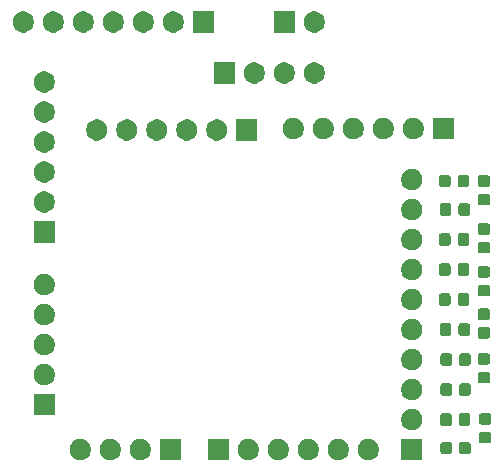
<source format=gbr>
G04 #@! TF.GenerationSoftware,KiCad,Pcbnew,5.1.5*
G04 #@! TF.CreationDate,2020-05-24T16:04:19+02:00*
G04 #@! TF.ProjectId,ATSAML22GA18A_DevBoard,41545341-4d4c-4323-9247-413138415f44,rev?*
G04 #@! TF.SameCoordinates,Original*
G04 #@! TF.FileFunction,Soldermask,Bot*
G04 #@! TF.FilePolarity,Negative*
%FSLAX46Y46*%
G04 Gerber Fmt 4.6, Leading zero omitted, Abs format (unit mm)*
G04 Created by KiCad (PCBNEW 5.1.5) date 2020-05-24 16:04:19*
%MOMM*%
%LPD*%
G04 APERTURE LIST*
%ADD10C,0.100000*%
G04 APERTURE END LIST*
D10*
G36*
X179463000Y-98437000D02*
G01*
X177661000Y-98437000D01*
X177661000Y-96635000D01*
X179463000Y-96635000D01*
X179463000Y-98437000D01*
G37*
G36*
X174989426Y-96639313D02*
G01*
X175141812Y-96669624D01*
X175305784Y-96737544D01*
X175453354Y-96836147D01*
X175578853Y-96961646D01*
X175677456Y-97109216D01*
X175745376Y-97273188D01*
X175780000Y-97447259D01*
X175780000Y-97624741D01*
X175745376Y-97798812D01*
X175677456Y-97962784D01*
X175578853Y-98110354D01*
X175453354Y-98235853D01*
X175305784Y-98334456D01*
X175141812Y-98402376D01*
X174989426Y-98432687D01*
X174967742Y-98437000D01*
X174790258Y-98437000D01*
X174768574Y-98432687D01*
X174616188Y-98402376D01*
X174452216Y-98334456D01*
X174304646Y-98235853D01*
X174179147Y-98110354D01*
X174080544Y-97962784D01*
X174012624Y-97798812D01*
X173978000Y-97624741D01*
X173978000Y-97447259D01*
X174012624Y-97273188D01*
X174080544Y-97109216D01*
X174179147Y-96961646D01*
X174304646Y-96836147D01*
X174452216Y-96737544D01*
X174616188Y-96669624D01*
X174768574Y-96639313D01*
X174790258Y-96635000D01*
X174967742Y-96635000D01*
X174989426Y-96639313D01*
G37*
G36*
X172449426Y-96639313D02*
G01*
X172601812Y-96669624D01*
X172765784Y-96737544D01*
X172913354Y-96836147D01*
X173038853Y-96961646D01*
X173137456Y-97109216D01*
X173205376Y-97273188D01*
X173240000Y-97447259D01*
X173240000Y-97624741D01*
X173205376Y-97798812D01*
X173137456Y-97962784D01*
X173038853Y-98110354D01*
X172913354Y-98235853D01*
X172765784Y-98334456D01*
X172601812Y-98402376D01*
X172449426Y-98432687D01*
X172427742Y-98437000D01*
X172250258Y-98437000D01*
X172228574Y-98432687D01*
X172076188Y-98402376D01*
X171912216Y-98334456D01*
X171764646Y-98235853D01*
X171639147Y-98110354D01*
X171540544Y-97962784D01*
X171472624Y-97798812D01*
X171438000Y-97624741D01*
X171438000Y-97447259D01*
X171472624Y-97273188D01*
X171540544Y-97109216D01*
X171639147Y-96961646D01*
X171764646Y-96836147D01*
X171912216Y-96737544D01*
X172076188Y-96669624D01*
X172228574Y-96639313D01*
X172250258Y-96635000D01*
X172427742Y-96635000D01*
X172449426Y-96639313D01*
G37*
G36*
X169909426Y-96639313D02*
G01*
X170061812Y-96669624D01*
X170225784Y-96737544D01*
X170373354Y-96836147D01*
X170498853Y-96961646D01*
X170597456Y-97109216D01*
X170665376Y-97273188D01*
X170700000Y-97447259D01*
X170700000Y-97624741D01*
X170665376Y-97798812D01*
X170597456Y-97962784D01*
X170498853Y-98110354D01*
X170373354Y-98235853D01*
X170225784Y-98334456D01*
X170061812Y-98402376D01*
X169909426Y-98432687D01*
X169887742Y-98437000D01*
X169710258Y-98437000D01*
X169688574Y-98432687D01*
X169536188Y-98402376D01*
X169372216Y-98334456D01*
X169224646Y-98235853D01*
X169099147Y-98110354D01*
X169000544Y-97962784D01*
X168932624Y-97798812D01*
X168898000Y-97624741D01*
X168898000Y-97447259D01*
X168932624Y-97273188D01*
X169000544Y-97109216D01*
X169099147Y-96961646D01*
X169224646Y-96836147D01*
X169372216Y-96737544D01*
X169536188Y-96669624D01*
X169688574Y-96639313D01*
X169710258Y-96635000D01*
X169887742Y-96635000D01*
X169909426Y-96639313D01*
G37*
G36*
X167369426Y-96639313D02*
G01*
X167521812Y-96669624D01*
X167685784Y-96737544D01*
X167833354Y-96836147D01*
X167958853Y-96961646D01*
X168057456Y-97109216D01*
X168125376Y-97273188D01*
X168160000Y-97447259D01*
X168160000Y-97624741D01*
X168125376Y-97798812D01*
X168057456Y-97962784D01*
X167958853Y-98110354D01*
X167833354Y-98235853D01*
X167685784Y-98334456D01*
X167521812Y-98402376D01*
X167369426Y-98432687D01*
X167347742Y-98437000D01*
X167170258Y-98437000D01*
X167148574Y-98432687D01*
X166996188Y-98402376D01*
X166832216Y-98334456D01*
X166684646Y-98235853D01*
X166559147Y-98110354D01*
X166460544Y-97962784D01*
X166392624Y-97798812D01*
X166358000Y-97624741D01*
X166358000Y-97447259D01*
X166392624Y-97273188D01*
X166460544Y-97109216D01*
X166559147Y-96961646D01*
X166684646Y-96836147D01*
X166832216Y-96737544D01*
X166996188Y-96669624D01*
X167148574Y-96639313D01*
X167170258Y-96635000D01*
X167347742Y-96635000D01*
X167369426Y-96639313D01*
G37*
G36*
X164829426Y-96639313D02*
G01*
X164981812Y-96669624D01*
X165145784Y-96737544D01*
X165293354Y-96836147D01*
X165418853Y-96961646D01*
X165517456Y-97109216D01*
X165585376Y-97273188D01*
X165620000Y-97447259D01*
X165620000Y-97624741D01*
X165585376Y-97798812D01*
X165517456Y-97962784D01*
X165418853Y-98110354D01*
X165293354Y-98235853D01*
X165145784Y-98334456D01*
X164981812Y-98402376D01*
X164829426Y-98432687D01*
X164807742Y-98437000D01*
X164630258Y-98437000D01*
X164608574Y-98432687D01*
X164456188Y-98402376D01*
X164292216Y-98334456D01*
X164144646Y-98235853D01*
X164019147Y-98110354D01*
X163920544Y-97962784D01*
X163852624Y-97798812D01*
X163818000Y-97624741D01*
X163818000Y-97447259D01*
X163852624Y-97273188D01*
X163920544Y-97109216D01*
X164019147Y-96961646D01*
X164144646Y-96836147D01*
X164292216Y-96737544D01*
X164456188Y-96669624D01*
X164608574Y-96639313D01*
X164630258Y-96635000D01*
X164807742Y-96635000D01*
X164829426Y-96639313D01*
G37*
G36*
X159016000Y-98437000D02*
G01*
X157214000Y-98437000D01*
X157214000Y-96635000D01*
X159016000Y-96635000D01*
X159016000Y-98437000D01*
G37*
G36*
X163080000Y-98437000D02*
G01*
X161278000Y-98437000D01*
X161278000Y-96635000D01*
X163080000Y-96635000D01*
X163080000Y-98437000D01*
G37*
G36*
X150605426Y-96639313D02*
G01*
X150757812Y-96669624D01*
X150921784Y-96737544D01*
X151069354Y-96836147D01*
X151194853Y-96961646D01*
X151293456Y-97109216D01*
X151361376Y-97273188D01*
X151396000Y-97447259D01*
X151396000Y-97624741D01*
X151361376Y-97798812D01*
X151293456Y-97962784D01*
X151194853Y-98110354D01*
X151069354Y-98235853D01*
X150921784Y-98334456D01*
X150757812Y-98402376D01*
X150605426Y-98432687D01*
X150583742Y-98437000D01*
X150406258Y-98437000D01*
X150384574Y-98432687D01*
X150232188Y-98402376D01*
X150068216Y-98334456D01*
X149920646Y-98235853D01*
X149795147Y-98110354D01*
X149696544Y-97962784D01*
X149628624Y-97798812D01*
X149594000Y-97624741D01*
X149594000Y-97447259D01*
X149628624Y-97273188D01*
X149696544Y-97109216D01*
X149795147Y-96961646D01*
X149920646Y-96836147D01*
X150068216Y-96737544D01*
X150232188Y-96669624D01*
X150384574Y-96639313D01*
X150406258Y-96635000D01*
X150583742Y-96635000D01*
X150605426Y-96639313D01*
G37*
G36*
X155685426Y-96639313D02*
G01*
X155837812Y-96669624D01*
X156001784Y-96737544D01*
X156149354Y-96836147D01*
X156274853Y-96961646D01*
X156373456Y-97109216D01*
X156441376Y-97273188D01*
X156476000Y-97447259D01*
X156476000Y-97624741D01*
X156441376Y-97798812D01*
X156373456Y-97962784D01*
X156274853Y-98110354D01*
X156149354Y-98235853D01*
X156001784Y-98334456D01*
X155837812Y-98402376D01*
X155685426Y-98432687D01*
X155663742Y-98437000D01*
X155486258Y-98437000D01*
X155464574Y-98432687D01*
X155312188Y-98402376D01*
X155148216Y-98334456D01*
X155000646Y-98235853D01*
X154875147Y-98110354D01*
X154776544Y-97962784D01*
X154708624Y-97798812D01*
X154674000Y-97624741D01*
X154674000Y-97447259D01*
X154708624Y-97273188D01*
X154776544Y-97109216D01*
X154875147Y-96961646D01*
X155000646Y-96836147D01*
X155148216Y-96737544D01*
X155312188Y-96669624D01*
X155464574Y-96639313D01*
X155486258Y-96635000D01*
X155663742Y-96635000D01*
X155685426Y-96639313D01*
G37*
G36*
X153145426Y-96639313D02*
G01*
X153297812Y-96669624D01*
X153461784Y-96737544D01*
X153609354Y-96836147D01*
X153734853Y-96961646D01*
X153833456Y-97109216D01*
X153901376Y-97273188D01*
X153936000Y-97447259D01*
X153936000Y-97624741D01*
X153901376Y-97798812D01*
X153833456Y-97962784D01*
X153734853Y-98110354D01*
X153609354Y-98235853D01*
X153461784Y-98334456D01*
X153297812Y-98402376D01*
X153145426Y-98432687D01*
X153123742Y-98437000D01*
X152946258Y-98437000D01*
X152924574Y-98432687D01*
X152772188Y-98402376D01*
X152608216Y-98334456D01*
X152460646Y-98235853D01*
X152335147Y-98110354D01*
X152236544Y-97962784D01*
X152168624Y-97798812D01*
X152134000Y-97624741D01*
X152134000Y-97447259D01*
X152168624Y-97273188D01*
X152236544Y-97109216D01*
X152335147Y-96961646D01*
X152460646Y-96836147D01*
X152608216Y-96737544D01*
X152772188Y-96669624D01*
X152924574Y-96639313D01*
X152946258Y-96635000D01*
X153123742Y-96635000D01*
X153145426Y-96639313D01*
G37*
G36*
X181794977Y-96887450D02*
G01*
X181836059Y-96899912D01*
X181873924Y-96920152D01*
X181907112Y-96947388D01*
X181934348Y-96980576D01*
X181954588Y-97018441D01*
X181967050Y-97059523D01*
X181971500Y-97104704D01*
X181971500Y-97713296D01*
X181967050Y-97758477D01*
X181954588Y-97799559D01*
X181934348Y-97837424D01*
X181907112Y-97870612D01*
X181873924Y-97897848D01*
X181836059Y-97918088D01*
X181794977Y-97930550D01*
X181749796Y-97935000D01*
X181216204Y-97935000D01*
X181171023Y-97930550D01*
X181129941Y-97918088D01*
X181092076Y-97897848D01*
X181058888Y-97870612D01*
X181031652Y-97837424D01*
X181011412Y-97799559D01*
X180998950Y-97758477D01*
X180994500Y-97713296D01*
X180994500Y-97104704D01*
X180998950Y-97059523D01*
X181011412Y-97018441D01*
X181031652Y-96980576D01*
X181058888Y-96947388D01*
X181092076Y-96920152D01*
X181129941Y-96899912D01*
X181171023Y-96887450D01*
X181216204Y-96883000D01*
X181749796Y-96883000D01*
X181794977Y-96887450D01*
G37*
G36*
X183369977Y-96887450D02*
G01*
X183411059Y-96899912D01*
X183448924Y-96920152D01*
X183482112Y-96947388D01*
X183509348Y-96980576D01*
X183529588Y-97018441D01*
X183542050Y-97059523D01*
X183546500Y-97104704D01*
X183546500Y-97713296D01*
X183542050Y-97758477D01*
X183529588Y-97799559D01*
X183509348Y-97837424D01*
X183482112Y-97870612D01*
X183448924Y-97897848D01*
X183411059Y-97918088D01*
X183369977Y-97930550D01*
X183324796Y-97935000D01*
X182791204Y-97935000D01*
X182746023Y-97930550D01*
X182704941Y-97918088D01*
X182667076Y-97897848D01*
X182633888Y-97870612D01*
X182606652Y-97837424D01*
X182586412Y-97799559D01*
X182573950Y-97758477D01*
X182569500Y-97713296D01*
X182569500Y-97104704D01*
X182573950Y-97059523D01*
X182586412Y-97018441D01*
X182606652Y-96980576D01*
X182633888Y-96947388D01*
X182667076Y-96920152D01*
X182704941Y-96899912D01*
X182746023Y-96887450D01*
X182791204Y-96883000D01*
X183324796Y-96883000D01*
X183369977Y-96887450D01*
G37*
G36*
X185134477Y-96035950D02*
G01*
X185175559Y-96048412D01*
X185213424Y-96068652D01*
X185246612Y-96095888D01*
X185273848Y-96129076D01*
X185294088Y-96166941D01*
X185306550Y-96208023D01*
X185311000Y-96253204D01*
X185311000Y-96786796D01*
X185306550Y-96831977D01*
X185294088Y-96873059D01*
X185273848Y-96910924D01*
X185246612Y-96944112D01*
X185213424Y-96971348D01*
X185175559Y-96991588D01*
X185134477Y-97004050D01*
X185089296Y-97008500D01*
X184480704Y-97008500D01*
X184435523Y-97004050D01*
X184394441Y-96991588D01*
X184356576Y-96971348D01*
X184323388Y-96944112D01*
X184296152Y-96910924D01*
X184275912Y-96873059D01*
X184263450Y-96831977D01*
X184259000Y-96786796D01*
X184259000Y-96253204D01*
X184263450Y-96208023D01*
X184275912Y-96166941D01*
X184296152Y-96129076D01*
X184323388Y-96095888D01*
X184356576Y-96068652D01*
X184394441Y-96048412D01*
X184435523Y-96035950D01*
X184480704Y-96031500D01*
X185089296Y-96031500D01*
X185134477Y-96035950D01*
G37*
G36*
X178672426Y-94099313D02*
G01*
X178824812Y-94129624D01*
X178988784Y-94197544D01*
X179136354Y-94296147D01*
X179261853Y-94421646D01*
X179360456Y-94569216D01*
X179428376Y-94733188D01*
X179463000Y-94907259D01*
X179463000Y-95084741D01*
X179428376Y-95258812D01*
X179360456Y-95422784D01*
X179261853Y-95570354D01*
X179136354Y-95695853D01*
X178988784Y-95794456D01*
X178824812Y-95862376D01*
X178672426Y-95892687D01*
X178650742Y-95897000D01*
X178473258Y-95897000D01*
X178451574Y-95892687D01*
X178299188Y-95862376D01*
X178135216Y-95794456D01*
X177987646Y-95695853D01*
X177862147Y-95570354D01*
X177763544Y-95422784D01*
X177695624Y-95258812D01*
X177661000Y-95084741D01*
X177661000Y-94907259D01*
X177695624Y-94733188D01*
X177763544Y-94569216D01*
X177862147Y-94421646D01*
X177987646Y-94296147D01*
X178135216Y-94197544D01*
X178299188Y-94129624D01*
X178451574Y-94099313D01*
X178473258Y-94095000D01*
X178650742Y-94095000D01*
X178672426Y-94099313D01*
G37*
G36*
X183344477Y-94474450D02*
G01*
X183385559Y-94486912D01*
X183423424Y-94507152D01*
X183456612Y-94534388D01*
X183483848Y-94567576D01*
X183504088Y-94605441D01*
X183516550Y-94646523D01*
X183521000Y-94691704D01*
X183521000Y-95300296D01*
X183516550Y-95345477D01*
X183504088Y-95386559D01*
X183483848Y-95424424D01*
X183456612Y-95457612D01*
X183423424Y-95484848D01*
X183385559Y-95505088D01*
X183344477Y-95517550D01*
X183299296Y-95522000D01*
X182765704Y-95522000D01*
X182720523Y-95517550D01*
X182679441Y-95505088D01*
X182641576Y-95484848D01*
X182608388Y-95457612D01*
X182581152Y-95424424D01*
X182560912Y-95386559D01*
X182548450Y-95345477D01*
X182544000Y-95300296D01*
X182544000Y-94691704D01*
X182548450Y-94646523D01*
X182560912Y-94605441D01*
X182581152Y-94567576D01*
X182608388Y-94534388D01*
X182641576Y-94507152D01*
X182679441Y-94486912D01*
X182720523Y-94474450D01*
X182765704Y-94470000D01*
X183299296Y-94470000D01*
X183344477Y-94474450D01*
G37*
G36*
X181769477Y-94474450D02*
G01*
X181810559Y-94486912D01*
X181848424Y-94507152D01*
X181881612Y-94534388D01*
X181908848Y-94567576D01*
X181929088Y-94605441D01*
X181941550Y-94646523D01*
X181946000Y-94691704D01*
X181946000Y-95300296D01*
X181941550Y-95345477D01*
X181929088Y-95386559D01*
X181908848Y-95424424D01*
X181881612Y-95457612D01*
X181848424Y-95484848D01*
X181810559Y-95505088D01*
X181769477Y-95517550D01*
X181724296Y-95522000D01*
X181190704Y-95522000D01*
X181145523Y-95517550D01*
X181104441Y-95505088D01*
X181066576Y-95484848D01*
X181033388Y-95457612D01*
X181006152Y-95424424D01*
X180985912Y-95386559D01*
X180973450Y-95345477D01*
X180969000Y-95300296D01*
X180969000Y-94691704D01*
X180973450Y-94646523D01*
X180985912Y-94605441D01*
X181006152Y-94567576D01*
X181033388Y-94534388D01*
X181066576Y-94507152D01*
X181104441Y-94486912D01*
X181145523Y-94474450D01*
X181190704Y-94470000D01*
X181724296Y-94470000D01*
X181769477Y-94474450D01*
G37*
G36*
X185134477Y-94460950D02*
G01*
X185175559Y-94473412D01*
X185213424Y-94493652D01*
X185246612Y-94520888D01*
X185273848Y-94554076D01*
X185294088Y-94591941D01*
X185306550Y-94633023D01*
X185311000Y-94678204D01*
X185311000Y-95211796D01*
X185306550Y-95256977D01*
X185294088Y-95298059D01*
X185273848Y-95335924D01*
X185246612Y-95369112D01*
X185213424Y-95396348D01*
X185175559Y-95416588D01*
X185134477Y-95429050D01*
X185089296Y-95433500D01*
X184480704Y-95433500D01*
X184435523Y-95429050D01*
X184394441Y-95416588D01*
X184356576Y-95396348D01*
X184323388Y-95369112D01*
X184296152Y-95335924D01*
X184275912Y-95298059D01*
X184263450Y-95256977D01*
X184259000Y-95211796D01*
X184259000Y-94678204D01*
X184263450Y-94633023D01*
X184275912Y-94591941D01*
X184296152Y-94554076D01*
X184323388Y-94520888D01*
X184356576Y-94493652D01*
X184394441Y-94473412D01*
X184435523Y-94460950D01*
X184480704Y-94456500D01*
X185089296Y-94456500D01*
X185134477Y-94460950D01*
G37*
G36*
X148348000Y-94627000D02*
G01*
X146546000Y-94627000D01*
X146546000Y-92825000D01*
X148348000Y-92825000D01*
X148348000Y-94627000D01*
G37*
G36*
X178672426Y-91559313D02*
G01*
X178824812Y-91589624D01*
X178988784Y-91657544D01*
X179136354Y-91756147D01*
X179261853Y-91881646D01*
X179360456Y-92029216D01*
X179428376Y-92193188D01*
X179463000Y-92367259D01*
X179463000Y-92544741D01*
X179428376Y-92718812D01*
X179360456Y-92882784D01*
X179261853Y-93030354D01*
X179136354Y-93155853D01*
X178988784Y-93254456D01*
X178824812Y-93322376D01*
X178672426Y-93352687D01*
X178650742Y-93357000D01*
X178473258Y-93357000D01*
X178451574Y-93352687D01*
X178299188Y-93322376D01*
X178135216Y-93254456D01*
X177987646Y-93155853D01*
X177862147Y-93030354D01*
X177763544Y-92882784D01*
X177695624Y-92718812D01*
X177661000Y-92544741D01*
X177661000Y-92367259D01*
X177695624Y-92193188D01*
X177763544Y-92029216D01*
X177862147Y-91881646D01*
X177987646Y-91756147D01*
X178135216Y-91657544D01*
X178299188Y-91589624D01*
X178451574Y-91559313D01*
X178473258Y-91555000D01*
X178650742Y-91555000D01*
X178672426Y-91559313D01*
G37*
G36*
X181794977Y-91934450D02*
G01*
X181836059Y-91946912D01*
X181873924Y-91967152D01*
X181907112Y-91994388D01*
X181934348Y-92027576D01*
X181954588Y-92065441D01*
X181967050Y-92106523D01*
X181971500Y-92151704D01*
X181971500Y-92760296D01*
X181967050Y-92805477D01*
X181954588Y-92846559D01*
X181934348Y-92884424D01*
X181907112Y-92917612D01*
X181873924Y-92944848D01*
X181836059Y-92965088D01*
X181794977Y-92977550D01*
X181749796Y-92982000D01*
X181216204Y-92982000D01*
X181171023Y-92977550D01*
X181129941Y-92965088D01*
X181092076Y-92944848D01*
X181058888Y-92917612D01*
X181031652Y-92884424D01*
X181011412Y-92846559D01*
X180998950Y-92805477D01*
X180994500Y-92760296D01*
X180994500Y-92151704D01*
X180998950Y-92106523D01*
X181011412Y-92065441D01*
X181031652Y-92027576D01*
X181058888Y-91994388D01*
X181092076Y-91967152D01*
X181129941Y-91946912D01*
X181171023Y-91934450D01*
X181216204Y-91930000D01*
X181749796Y-91930000D01*
X181794977Y-91934450D01*
G37*
G36*
X183369977Y-91934450D02*
G01*
X183411059Y-91946912D01*
X183448924Y-91967152D01*
X183482112Y-91994388D01*
X183509348Y-92027576D01*
X183529588Y-92065441D01*
X183542050Y-92106523D01*
X183546500Y-92151704D01*
X183546500Y-92760296D01*
X183542050Y-92805477D01*
X183529588Y-92846559D01*
X183509348Y-92884424D01*
X183482112Y-92917612D01*
X183448924Y-92944848D01*
X183411059Y-92965088D01*
X183369977Y-92977550D01*
X183324796Y-92982000D01*
X182791204Y-92982000D01*
X182746023Y-92977550D01*
X182704941Y-92965088D01*
X182667076Y-92944848D01*
X182633888Y-92917612D01*
X182606652Y-92884424D01*
X182586412Y-92846559D01*
X182573950Y-92805477D01*
X182569500Y-92760296D01*
X182569500Y-92151704D01*
X182573950Y-92106523D01*
X182586412Y-92065441D01*
X182606652Y-92027576D01*
X182633888Y-91994388D01*
X182667076Y-91967152D01*
X182704941Y-91946912D01*
X182746023Y-91934450D01*
X182791204Y-91930000D01*
X183324796Y-91930000D01*
X183369977Y-91934450D01*
G37*
G36*
X147556414Y-90289112D02*
G01*
X147709812Y-90319624D01*
X147873784Y-90387544D01*
X148021354Y-90486147D01*
X148146853Y-90611646D01*
X148245456Y-90759216D01*
X148313376Y-90923188D01*
X148348000Y-91097259D01*
X148348000Y-91274741D01*
X148313376Y-91448812D01*
X148245456Y-91612784D01*
X148146853Y-91760354D01*
X148021354Y-91885853D01*
X147873784Y-91984456D01*
X147709812Y-92052376D01*
X147557426Y-92082687D01*
X147535742Y-92087000D01*
X147358258Y-92087000D01*
X147336574Y-92082687D01*
X147184188Y-92052376D01*
X147020216Y-91984456D01*
X146872646Y-91885853D01*
X146747147Y-91760354D01*
X146648544Y-91612784D01*
X146580624Y-91448812D01*
X146546000Y-91274741D01*
X146546000Y-91097259D01*
X146580624Y-90923188D01*
X146648544Y-90759216D01*
X146747147Y-90611646D01*
X146872646Y-90486147D01*
X147020216Y-90387544D01*
X147184188Y-90319624D01*
X147337586Y-90289112D01*
X147358258Y-90285000D01*
X147535742Y-90285000D01*
X147556414Y-90289112D01*
G37*
G36*
X185007477Y-90955950D02*
G01*
X185048559Y-90968412D01*
X185086424Y-90988652D01*
X185119612Y-91015888D01*
X185146848Y-91049076D01*
X185167088Y-91086941D01*
X185179550Y-91128023D01*
X185184000Y-91173204D01*
X185184000Y-91706796D01*
X185179550Y-91751977D01*
X185167088Y-91793059D01*
X185146848Y-91830924D01*
X185119612Y-91864112D01*
X185086424Y-91891348D01*
X185048559Y-91911588D01*
X185007477Y-91924050D01*
X184962296Y-91928500D01*
X184353704Y-91928500D01*
X184308523Y-91924050D01*
X184267441Y-91911588D01*
X184229576Y-91891348D01*
X184196388Y-91864112D01*
X184169152Y-91830924D01*
X184148912Y-91793059D01*
X184136450Y-91751977D01*
X184132000Y-91706796D01*
X184132000Y-91173204D01*
X184136450Y-91128023D01*
X184148912Y-91086941D01*
X184169152Y-91049076D01*
X184196388Y-91015888D01*
X184229576Y-90988652D01*
X184267441Y-90968412D01*
X184308523Y-90955950D01*
X184353704Y-90951500D01*
X184962296Y-90951500D01*
X185007477Y-90955950D01*
G37*
G36*
X178672426Y-89019313D02*
G01*
X178824812Y-89049624D01*
X178988784Y-89117544D01*
X179136354Y-89216147D01*
X179261853Y-89341646D01*
X179360456Y-89489216D01*
X179428376Y-89653188D01*
X179463000Y-89827259D01*
X179463000Y-90004741D01*
X179428376Y-90178812D01*
X179360456Y-90342784D01*
X179261853Y-90490354D01*
X179136354Y-90615853D01*
X178988784Y-90714456D01*
X178824812Y-90782376D01*
X178672426Y-90812687D01*
X178650742Y-90817000D01*
X178473258Y-90817000D01*
X178451574Y-90812687D01*
X178299188Y-90782376D01*
X178135216Y-90714456D01*
X177987646Y-90615853D01*
X177862147Y-90490354D01*
X177763544Y-90342784D01*
X177695624Y-90178812D01*
X177661000Y-90004741D01*
X177661000Y-89827259D01*
X177695624Y-89653188D01*
X177763544Y-89489216D01*
X177862147Y-89341646D01*
X177987646Y-89216147D01*
X178135216Y-89117544D01*
X178299188Y-89049624D01*
X178451574Y-89019313D01*
X178473258Y-89015000D01*
X178650742Y-89015000D01*
X178672426Y-89019313D01*
G37*
G36*
X183369977Y-89394450D02*
G01*
X183411059Y-89406912D01*
X183448924Y-89427152D01*
X183482112Y-89454388D01*
X183509348Y-89487576D01*
X183529588Y-89525441D01*
X183542050Y-89566523D01*
X183546500Y-89611704D01*
X183546500Y-90220296D01*
X183542050Y-90265477D01*
X183529588Y-90306559D01*
X183509348Y-90344424D01*
X183482112Y-90377612D01*
X183448924Y-90404848D01*
X183411059Y-90425088D01*
X183369977Y-90437550D01*
X183324796Y-90442000D01*
X182791204Y-90442000D01*
X182746023Y-90437550D01*
X182704941Y-90425088D01*
X182667076Y-90404848D01*
X182633888Y-90377612D01*
X182606652Y-90344424D01*
X182586412Y-90306559D01*
X182573950Y-90265477D01*
X182569500Y-90220296D01*
X182569500Y-89611704D01*
X182573950Y-89566523D01*
X182586412Y-89525441D01*
X182606652Y-89487576D01*
X182633888Y-89454388D01*
X182667076Y-89427152D01*
X182704941Y-89406912D01*
X182746023Y-89394450D01*
X182791204Y-89390000D01*
X183324796Y-89390000D01*
X183369977Y-89394450D01*
G37*
G36*
X181794977Y-89394450D02*
G01*
X181836059Y-89406912D01*
X181873924Y-89427152D01*
X181907112Y-89454388D01*
X181934348Y-89487576D01*
X181954588Y-89525441D01*
X181967050Y-89566523D01*
X181971500Y-89611704D01*
X181971500Y-90220296D01*
X181967050Y-90265477D01*
X181954588Y-90306559D01*
X181934348Y-90344424D01*
X181907112Y-90377612D01*
X181873924Y-90404848D01*
X181836059Y-90425088D01*
X181794977Y-90437550D01*
X181749796Y-90442000D01*
X181216204Y-90442000D01*
X181171023Y-90437550D01*
X181129941Y-90425088D01*
X181092076Y-90404848D01*
X181058888Y-90377612D01*
X181031652Y-90344424D01*
X181011412Y-90306559D01*
X180998950Y-90265477D01*
X180994500Y-90220296D01*
X180994500Y-89611704D01*
X180998950Y-89566523D01*
X181011412Y-89525441D01*
X181031652Y-89487576D01*
X181058888Y-89454388D01*
X181092076Y-89427152D01*
X181129941Y-89406912D01*
X181171023Y-89394450D01*
X181216204Y-89390000D01*
X181749796Y-89390000D01*
X181794977Y-89394450D01*
G37*
G36*
X185007477Y-89380950D02*
G01*
X185048559Y-89393412D01*
X185086424Y-89413652D01*
X185119612Y-89440888D01*
X185146848Y-89474076D01*
X185167088Y-89511941D01*
X185179550Y-89553023D01*
X185184000Y-89598204D01*
X185184000Y-90131796D01*
X185179550Y-90176977D01*
X185167088Y-90218059D01*
X185146848Y-90255924D01*
X185119612Y-90289112D01*
X185086424Y-90316348D01*
X185048559Y-90336588D01*
X185007477Y-90349050D01*
X184962296Y-90353500D01*
X184353704Y-90353500D01*
X184308523Y-90349050D01*
X184267441Y-90336588D01*
X184229576Y-90316348D01*
X184196388Y-90289112D01*
X184169152Y-90255924D01*
X184148912Y-90218059D01*
X184136450Y-90176977D01*
X184132000Y-90131796D01*
X184132000Y-89598204D01*
X184136450Y-89553023D01*
X184148912Y-89511941D01*
X184169152Y-89474076D01*
X184196388Y-89440888D01*
X184229576Y-89413652D01*
X184267441Y-89393412D01*
X184308523Y-89380950D01*
X184353704Y-89376500D01*
X184962296Y-89376500D01*
X185007477Y-89380950D01*
G37*
G36*
X147557426Y-87749313D02*
G01*
X147709812Y-87779624D01*
X147873784Y-87847544D01*
X148021354Y-87946147D01*
X148146853Y-88071646D01*
X148245456Y-88219216D01*
X148313376Y-88383188D01*
X148348000Y-88557259D01*
X148348000Y-88734741D01*
X148313376Y-88908812D01*
X148245456Y-89072784D01*
X148146853Y-89220354D01*
X148021354Y-89345853D01*
X147873784Y-89444456D01*
X147709812Y-89512376D01*
X147557426Y-89542687D01*
X147535742Y-89547000D01*
X147358258Y-89547000D01*
X147336574Y-89542687D01*
X147184188Y-89512376D01*
X147020216Y-89444456D01*
X146872646Y-89345853D01*
X146747147Y-89220354D01*
X146648544Y-89072784D01*
X146580624Y-88908812D01*
X146546000Y-88734741D01*
X146546000Y-88557259D01*
X146580624Y-88383188D01*
X146648544Y-88219216D01*
X146747147Y-88071646D01*
X146872646Y-87946147D01*
X147020216Y-87847544D01*
X147184188Y-87779624D01*
X147336574Y-87749313D01*
X147358258Y-87745000D01*
X147535742Y-87745000D01*
X147557426Y-87749313D01*
G37*
G36*
X178672426Y-86479313D02*
G01*
X178824812Y-86509624D01*
X178988784Y-86577544D01*
X179136354Y-86676147D01*
X179261853Y-86801646D01*
X179360456Y-86949216D01*
X179428376Y-87113188D01*
X179463000Y-87287259D01*
X179463000Y-87464741D01*
X179428376Y-87638812D01*
X179360456Y-87802784D01*
X179261853Y-87950354D01*
X179136354Y-88075853D01*
X178988784Y-88174456D01*
X178824812Y-88242376D01*
X178672426Y-88272687D01*
X178650742Y-88277000D01*
X178473258Y-88277000D01*
X178451574Y-88272687D01*
X178299188Y-88242376D01*
X178135216Y-88174456D01*
X177987646Y-88075853D01*
X177862147Y-87950354D01*
X177763544Y-87802784D01*
X177695624Y-87638812D01*
X177661000Y-87464741D01*
X177661000Y-87287259D01*
X177695624Y-87113188D01*
X177763544Y-86949216D01*
X177862147Y-86801646D01*
X177987646Y-86676147D01*
X178135216Y-86577544D01*
X178299188Y-86509624D01*
X178451574Y-86479313D01*
X178473258Y-86475000D01*
X178650742Y-86475000D01*
X178672426Y-86479313D01*
G37*
G36*
X185007477Y-87171450D02*
G01*
X185048559Y-87183912D01*
X185086424Y-87204152D01*
X185119612Y-87231388D01*
X185146848Y-87264576D01*
X185167088Y-87302441D01*
X185179550Y-87343523D01*
X185184000Y-87388704D01*
X185184000Y-87922296D01*
X185179550Y-87967477D01*
X185167088Y-88008559D01*
X185146848Y-88046424D01*
X185119612Y-88079612D01*
X185086424Y-88106848D01*
X185048559Y-88127088D01*
X185007477Y-88139550D01*
X184962296Y-88144000D01*
X184353704Y-88144000D01*
X184308523Y-88139550D01*
X184267441Y-88127088D01*
X184229576Y-88106848D01*
X184196388Y-88079612D01*
X184169152Y-88046424D01*
X184148912Y-88008559D01*
X184136450Y-87967477D01*
X184132000Y-87922296D01*
X184132000Y-87388704D01*
X184136450Y-87343523D01*
X184148912Y-87302441D01*
X184169152Y-87264576D01*
X184196388Y-87231388D01*
X184229576Y-87204152D01*
X184267441Y-87183912D01*
X184308523Y-87171450D01*
X184353704Y-87167000D01*
X184962296Y-87167000D01*
X185007477Y-87171450D01*
G37*
G36*
X183318977Y-86854450D02*
G01*
X183360059Y-86866912D01*
X183397924Y-86887152D01*
X183431112Y-86914388D01*
X183458348Y-86947576D01*
X183478588Y-86985441D01*
X183491050Y-87026523D01*
X183495500Y-87071704D01*
X183495500Y-87680296D01*
X183491050Y-87725477D01*
X183478588Y-87766559D01*
X183458348Y-87804424D01*
X183431112Y-87837612D01*
X183397924Y-87864848D01*
X183360059Y-87885088D01*
X183318977Y-87897550D01*
X183273796Y-87902000D01*
X182740204Y-87902000D01*
X182695023Y-87897550D01*
X182653941Y-87885088D01*
X182616076Y-87864848D01*
X182582888Y-87837612D01*
X182555652Y-87804424D01*
X182535412Y-87766559D01*
X182522950Y-87725477D01*
X182518500Y-87680296D01*
X182518500Y-87071704D01*
X182522950Y-87026523D01*
X182535412Y-86985441D01*
X182555652Y-86947576D01*
X182582888Y-86914388D01*
X182616076Y-86887152D01*
X182653941Y-86866912D01*
X182695023Y-86854450D01*
X182740204Y-86850000D01*
X183273796Y-86850000D01*
X183318977Y-86854450D01*
G37*
G36*
X181743977Y-86854450D02*
G01*
X181785059Y-86866912D01*
X181822924Y-86887152D01*
X181856112Y-86914388D01*
X181883348Y-86947576D01*
X181903588Y-86985441D01*
X181916050Y-87026523D01*
X181920500Y-87071704D01*
X181920500Y-87680296D01*
X181916050Y-87725477D01*
X181903588Y-87766559D01*
X181883348Y-87804424D01*
X181856112Y-87837612D01*
X181822924Y-87864848D01*
X181785059Y-87885088D01*
X181743977Y-87897550D01*
X181698796Y-87902000D01*
X181165204Y-87902000D01*
X181120023Y-87897550D01*
X181078941Y-87885088D01*
X181041076Y-87864848D01*
X181007888Y-87837612D01*
X180980652Y-87804424D01*
X180960412Y-87766559D01*
X180947950Y-87725477D01*
X180943500Y-87680296D01*
X180943500Y-87071704D01*
X180947950Y-87026523D01*
X180960412Y-86985441D01*
X180980652Y-86947576D01*
X181007888Y-86914388D01*
X181041076Y-86887152D01*
X181078941Y-86866912D01*
X181120023Y-86854450D01*
X181165204Y-86850000D01*
X181698796Y-86850000D01*
X181743977Y-86854450D01*
G37*
G36*
X147557426Y-85209313D02*
G01*
X147709812Y-85239624D01*
X147873784Y-85307544D01*
X148021354Y-85406147D01*
X148146853Y-85531646D01*
X148245456Y-85679216D01*
X148313376Y-85843188D01*
X148348000Y-86017259D01*
X148348000Y-86194741D01*
X148313376Y-86368812D01*
X148245456Y-86532784D01*
X148146853Y-86680354D01*
X148021354Y-86805853D01*
X147873784Y-86904456D01*
X147709812Y-86972376D01*
X147557426Y-87002687D01*
X147535742Y-87007000D01*
X147358258Y-87007000D01*
X147336574Y-87002687D01*
X147184188Y-86972376D01*
X147020216Y-86904456D01*
X146872646Y-86805853D01*
X146747147Y-86680354D01*
X146648544Y-86532784D01*
X146580624Y-86368812D01*
X146546000Y-86194741D01*
X146546000Y-86017259D01*
X146580624Y-85843188D01*
X146648544Y-85679216D01*
X146747147Y-85531646D01*
X146872646Y-85406147D01*
X147020216Y-85307544D01*
X147184188Y-85239624D01*
X147336574Y-85209313D01*
X147358258Y-85205000D01*
X147535742Y-85205000D01*
X147557426Y-85209313D01*
G37*
G36*
X185007477Y-85596450D02*
G01*
X185048559Y-85608912D01*
X185086424Y-85629152D01*
X185119612Y-85656388D01*
X185146848Y-85689576D01*
X185167088Y-85727441D01*
X185179550Y-85768523D01*
X185184000Y-85813704D01*
X185184000Y-86347296D01*
X185179550Y-86392477D01*
X185167088Y-86433559D01*
X185146848Y-86471424D01*
X185119612Y-86504612D01*
X185086424Y-86531848D01*
X185048559Y-86552088D01*
X185007477Y-86564550D01*
X184962296Y-86569000D01*
X184353704Y-86569000D01*
X184308523Y-86564550D01*
X184267441Y-86552088D01*
X184229576Y-86531848D01*
X184196388Y-86504612D01*
X184169152Y-86471424D01*
X184148912Y-86433559D01*
X184136450Y-86392477D01*
X184132000Y-86347296D01*
X184132000Y-85813704D01*
X184136450Y-85768523D01*
X184148912Y-85727441D01*
X184169152Y-85689576D01*
X184196388Y-85656388D01*
X184229576Y-85629152D01*
X184267441Y-85608912D01*
X184308523Y-85596450D01*
X184353704Y-85592000D01*
X184962296Y-85592000D01*
X185007477Y-85596450D01*
G37*
G36*
X178672426Y-83939313D02*
G01*
X178824812Y-83969624D01*
X178988784Y-84037544D01*
X179136354Y-84136147D01*
X179261853Y-84261646D01*
X179360456Y-84409216D01*
X179428376Y-84573188D01*
X179463000Y-84747259D01*
X179463000Y-84924741D01*
X179428376Y-85098812D01*
X179360456Y-85262784D01*
X179261853Y-85410354D01*
X179136354Y-85535853D01*
X178988784Y-85634456D01*
X178824812Y-85702376D01*
X178672426Y-85732687D01*
X178650742Y-85737000D01*
X178473258Y-85737000D01*
X178451574Y-85732687D01*
X178299188Y-85702376D01*
X178135216Y-85634456D01*
X177987646Y-85535853D01*
X177862147Y-85410354D01*
X177763544Y-85262784D01*
X177695624Y-85098812D01*
X177661000Y-84924741D01*
X177661000Y-84747259D01*
X177695624Y-84573188D01*
X177763544Y-84409216D01*
X177862147Y-84261646D01*
X177987646Y-84136147D01*
X178135216Y-84037544D01*
X178299188Y-83969624D01*
X178451574Y-83939313D01*
X178473258Y-83935000D01*
X178650742Y-83935000D01*
X178672426Y-83939313D01*
G37*
G36*
X181667977Y-84314450D02*
G01*
X181709059Y-84326912D01*
X181746924Y-84347152D01*
X181780112Y-84374388D01*
X181807348Y-84407576D01*
X181827588Y-84445441D01*
X181840050Y-84486523D01*
X181844500Y-84531704D01*
X181844500Y-85140296D01*
X181840050Y-85185477D01*
X181827588Y-85226559D01*
X181807348Y-85264424D01*
X181780112Y-85297612D01*
X181746924Y-85324848D01*
X181709059Y-85345088D01*
X181667977Y-85357550D01*
X181622796Y-85362000D01*
X181089204Y-85362000D01*
X181044023Y-85357550D01*
X181002941Y-85345088D01*
X180965076Y-85324848D01*
X180931888Y-85297612D01*
X180904652Y-85264424D01*
X180884412Y-85226559D01*
X180871950Y-85185477D01*
X180867500Y-85140296D01*
X180867500Y-84531704D01*
X180871950Y-84486523D01*
X180884412Y-84445441D01*
X180904652Y-84407576D01*
X180931888Y-84374388D01*
X180965076Y-84347152D01*
X181002941Y-84326912D01*
X181044023Y-84314450D01*
X181089204Y-84310000D01*
X181622796Y-84310000D01*
X181667977Y-84314450D01*
G37*
G36*
X183242977Y-84314450D02*
G01*
X183284059Y-84326912D01*
X183321924Y-84347152D01*
X183355112Y-84374388D01*
X183382348Y-84407576D01*
X183402588Y-84445441D01*
X183415050Y-84486523D01*
X183419500Y-84531704D01*
X183419500Y-85140296D01*
X183415050Y-85185477D01*
X183402588Y-85226559D01*
X183382348Y-85264424D01*
X183355112Y-85297612D01*
X183321924Y-85324848D01*
X183284059Y-85345088D01*
X183242977Y-85357550D01*
X183197796Y-85362000D01*
X182664204Y-85362000D01*
X182619023Y-85357550D01*
X182577941Y-85345088D01*
X182540076Y-85324848D01*
X182506888Y-85297612D01*
X182479652Y-85264424D01*
X182459412Y-85226559D01*
X182446950Y-85185477D01*
X182442500Y-85140296D01*
X182442500Y-84531704D01*
X182446950Y-84486523D01*
X182459412Y-84445441D01*
X182479652Y-84407576D01*
X182506888Y-84374388D01*
X182540076Y-84347152D01*
X182577941Y-84326912D01*
X182619023Y-84314450D01*
X182664204Y-84310000D01*
X183197796Y-84310000D01*
X183242977Y-84314450D01*
G37*
G36*
X185007477Y-83589950D02*
G01*
X185048559Y-83602412D01*
X185086424Y-83622652D01*
X185119612Y-83649888D01*
X185146848Y-83683076D01*
X185167088Y-83720941D01*
X185179550Y-83762023D01*
X185184000Y-83807204D01*
X185184000Y-84340796D01*
X185179550Y-84385977D01*
X185167088Y-84427059D01*
X185146848Y-84464924D01*
X185119612Y-84498112D01*
X185086424Y-84525348D01*
X185048559Y-84545588D01*
X185007477Y-84558050D01*
X184962296Y-84562500D01*
X184353704Y-84562500D01*
X184308523Y-84558050D01*
X184267441Y-84545588D01*
X184229576Y-84525348D01*
X184196388Y-84498112D01*
X184169152Y-84464924D01*
X184148912Y-84427059D01*
X184136450Y-84385977D01*
X184132000Y-84340796D01*
X184132000Y-83807204D01*
X184136450Y-83762023D01*
X184148912Y-83720941D01*
X184169152Y-83683076D01*
X184196388Y-83649888D01*
X184229576Y-83622652D01*
X184267441Y-83602412D01*
X184308523Y-83589950D01*
X184353704Y-83585500D01*
X184962296Y-83585500D01*
X185007477Y-83589950D01*
G37*
G36*
X147557426Y-82669313D02*
G01*
X147709812Y-82699624D01*
X147873784Y-82767544D01*
X148021354Y-82866147D01*
X148146853Y-82991646D01*
X148245456Y-83139216D01*
X148313376Y-83303188D01*
X148348000Y-83477259D01*
X148348000Y-83654741D01*
X148313376Y-83828812D01*
X148245456Y-83992784D01*
X148146853Y-84140354D01*
X148021354Y-84265853D01*
X147873784Y-84364456D01*
X147709812Y-84432376D01*
X147557426Y-84462687D01*
X147535742Y-84467000D01*
X147358258Y-84467000D01*
X147336574Y-84462687D01*
X147184188Y-84432376D01*
X147020216Y-84364456D01*
X146872646Y-84265853D01*
X146747147Y-84140354D01*
X146648544Y-83992784D01*
X146580624Y-83828812D01*
X146546000Y-83654741D01*
X146546000Y-83477259D01*
X146580624Y-83303188D01*
X146648544Y-83139216D01*
X146747147Y-82991646D01*
X146872646Y-82866147D01*
X147020216Y-82767544D01*
X147184188Y-82699624D01*
X147336574Y-82669313D01*
X147358258Y-82665000D01*
X147535742Y-82665000D01*
X147557426Y-82669313D01*
G37*
G36*
X178672426Y-81399313D02*
G01*
X178824812Y-81429624D01*
X178988784Y-81497544D01*
X179136354Y-81596147D01*
X179261853Y-81721646D01*
X179360456Y-81869216D01*
X179428376Y-82033188D01*
X179463000Y-82207259D01*
X179463000Y-82384741D01*
X179428376Y-82558812D01*
X179360456Y-82722784D01*
X179261853Y-82870354D01*
X179136354Y-82995853D01*
X178988784Y-83094456D01*
X178824812Y-83162376D01*
X178672426Y-83192687D01*
X178650742Y-83197000D01*
X178473258Y-83197000D01*
X178451574Y-83192687D01*
X178299188Y-83162376D01*
X178135216Y-83094456D01*
X177987646Y-82995853D01*
X177862147Y-82870354D01*
X177763544Y-82722784D01*
X177695624Y-82558812D01*
X177661000Y-82384741D01*
X177661000Y-82207259D01*
X177695624Y-82033188D01*
X177763544Y-81869216D01*
X177862147Y-81721646D01*
X177987646Y-81596147D01*
X178135216Y-81497544D01*
X178299188Y-81429624D01*
X178451574Y-81399313D01*
X178473258Y-81395000D01*
X178650742Y-81395000D01*
X178672426Y-81399313D01*
G37*
G36*
X185007477Y-82014950D02*
G01*
X185048559Y-82027412D01*
X185086424Y-82047652D01*
X185119612Y-82074888D01*
X185146848Y-82108076D01*
X185167088Y-82145941D01*
X185179550Y-82187023D01*
X185184000Y-82232204D01*
X185184000Y-82765796D01*
X185179550Y-82810977D01*
X185167088Y-82852059D01*
X185146848Y-82889924D01*
X185119612Y-82923112D01*
X185086424Y-82950348D01*
X185048559Y-82970588D01*
X185007477Y-82983050D01*
X184962296Y-82987500D01*
X184353704Y-82987500D01*
X184308523Y-82983050D01*
X184267441Y-82970588D01*
X184229576Y-82950348D01*
X184196388Y-82923112D01*
X184169152Y-82889924D01*
X184148912Y-82852059D01*
X184136450Y-82810977D01*
X184132000Y-82765796D01*
X184132000Y-82232204D01*
X184136450Y-82187023D01*
X184148912Y-82145941D01*
X184169152Y-82108076D01*
X184196388Y-82074888D01*
X184229576Y-82047652D01*
X184267441Y-82027412D01*
X184308523Y-82014950D01*
X184353704Y-82010500D01*
X184962296Y-82010500D01*
X185007477Y-82014950D01*
G37*
G36*
X181667977Y-81774450D02*
G01*
X181709059Y-81786912D01*
X181746924Y-81807152D01*
X181780112Y-81834388D01*
X181807348Y-81867576D01*
X181827588Y-81905441D01*
X181840050Y-81946523D01*
X181844500Y-81991704D01*
X181844500Y-82600296D01*
X181840050Y-82645477D01*
X181827588Y-82686559D01*
X181807348Y-82724424D01*
X181780112Y-82757612D01*
X181746924Y-82784848D01*
X181709059Y-82805088D01*
X181667977Y-82817550D01*
X181622796Y-82822000D01*
X181089204Y-82822000D01*
X181044023Y-82817550D01*
X181002941Y-82805088D01*
X180965076Y-82784848D01*
X180931888Y-82757612D01*
X180904652Y-82724424D01*
X180884412Y-82686559D01*
X180871950Y-82645477D01*
X180867500Y-82600296D01*
X180867500Y-81991704D01*
X180871950Y-81946523D01*
X180884412Y-81905441D01*
X180904652Y-81867576D01*
X180931888Y-81834388D01*
X180965076Y-81807152D01*
X181002941Y-81786912D01*
X181044023Y-81774450D01*
X181089204Y-81770000D01*
X181622796Y-81770000D01*
X181667977Y-81774450D01*
G37*
G36*
X183242977Y-81774450D02*
G01*
X183284059Y-81786912D01*
X183321924Y-81807152D01*
X183355112Y-81834388D01*
X183382348Y-81867576D01*
X183402588Y-81905441D01*
X183415050Y-81946523D01*
X183419500Y-81991704D01*
X183419500Y-82600296D01*
X183415050Y-82645477D01*
X183402588Y-82686559D01*
X183382348Y-82724424D01*
X183355112Y-82757612D01*
X183321924Y-82784848D01*
X183284059Y-82805088D01*
X183242977Y-82817550D01*
X183197796Y-82822000D01*
X182664204Y-82822000D01*
X182619023Y-82817550D01*
X182577941Y-82805088D01*
X182540076Y-82784848D01*
X182506888Y-82757612D01*
X182479652Y-82724424D01*
X182459412Y-82686559D01*
X182446950Y-82645477D01*
X182442500Y-82600296D01*
X182442500Y-81991704D01*
X182446950Y-81946523D01*
X182459412Y-81905441D01*
X182479652Y-81867576D01*
X182506888Y-81834388D01*
X182540076Y-81807152D01*
X182577941Y-81786912D01*
X182619023Y-81774450D01*
X182664204Y-81770000D01*
X183197796Y-81770000D01*
X183242977Y-81774450D01*
G37*
G36*
X185007477Y-79957950D02*
G01*
X185048559Y-79970412D01*
X185086424Y-79990652D01*
X185119612Y-80017888D01*
X185146848Y-80051076D01*
X185167088Y-80088941D01*
X185179550Y-80130023D01*
X185184000Y-80175204D01*
X185184000Y-80708796D01*
X185179550Y-80753977D01*
X185167088Y-80795059D01*
X185146848Y-80832924D01*
X185119612Y-80866112D01*
X185086424Y-80893348D01*
X185048559Y-80913588D01*
X185007477Y-80926050D01*
X184962296Y-80930500D01*
X184353704Y-80930500D01*
X184308523Y-80926050D01*
X184267441Y-80913588D01*
X184229576Y-80893348D01*
X184196388Y-80866112D01*
X184169152Y-80832924D01*
X184148912Y-80795059D01*
X184136450Y-80753977D01*
X184132000Y-80708796D01*
X184132000Y-80175204D01*
X184136450Y-80130023D01*
X184148912Y-80088941D01*
X184169152Y-80051076D01*
X184196388Y-80017888D01*
X184229576Y-79990652D01*
X184267441Y-79970412D01*
X184308523Y-79957950D01*
X184353704Y-79953500D01*
X184962296Y-79953500D01*
X185007477Y-79957950D01*
G37*
G36*
X178672426Y-78859313D02*
G01*
X178824812Y-78889624D01*
X178988784Y-78957544D01*
X179136354Y-79056147D01*
X179261853Y-79181646D01*
X179360456Y-79329216D01*
X179428376Y-79493188D01*
X179463000Y-79667259D01*
X179463000Y-79844741D01*
X179428376Y-80018812D01*
X179360456Y-80182784D01*
X179261853Y-80330354D01*
X179136354Y-80455853D01*
X178988784Y-80554456D01*
X178824812Y-80622376D01*
X178672426Y-80652687D01*
X178650742Y-80657000D01*
X178473258Y-80657000D01*
X178451574Y-80652687D01*
X178299188Y-80622376D01*
X178135216Y-80554456D01*
X177987646Y-80455853D01*
X177862147Y-80330354D01*
X177763544Y-80182784D01*
X177695624Y-80018812D01*
X177661000Y-79844741D01*
X177661000Y-79667259D01*
X177695624Y-79493188D01*
X177763544Y-79329216D01*
X177862147Y-79181646D01*
X177987646Y-79056147D01*
X178135216Y-78957544D01*
X178299188Y-78889624D01*
X178451574Y-78859313D01*
X178473258Y-78855000D01*
X178650742Y-78855000D01*
X178672426Y-78859313D01*
G37*
G36*
X183242977Y-79234450D02*
G01*
X183284059Y-79246912D01*
X183321924Y-79267152D01*
X183355112Y-79294388D01*
X183382348Y-79327576D01*
X183402588Y-79365441D01*
X183415050Y-79406523D01*
X183419500Y-79451704D01*
X183419500Y-80060296D01*
X183415050Y-80105477D01*
X183402588Y-80146559D01*
X183382348Y-80184424D01*
X183355112Y-80217612D01*
X183321924Y-80244848D01*
X183284059Y-80265088D01*
X183242977Y-80277550D01*
X183197796Y-80282000D01*
X182664204Y-80282000D01*
X182619023Y-80277550D01*
X182577941Y-80265088D01*
X182540076Y-80244848D01*
X182506888Y-80217612D01*
X182479652Y-80184424D01*
X182459412Y-80146559D01*
X182446950Y-80105477D01*
X182442500Y-80060296D01*
X182442500Y-79451704D01*
X182446950Y-79406523D01*
X182459412Y-79365441D01*
X182479652Y-79327576D01*
X182506888Y-79294388D01*
X182540076Y-79267152D01*
X182577941Y-79246912D01*
X182619023Y-79234450D01*
X182664204Y-79230000D01*
X183197796Y-79230000D01*
X183242977Y-79234450D01*
G37*
G36*
X181667977Y-79234450D02*
G01*
X181709059Y-79246912D01*
X181746924Y-79267152D01*
X181780112Y-79294388D01*
X181807348Y-79327576D01*
X181827588Y-79365441D01*
X181840050Y-79406523D01*
X181844500Y-79451704D01*
X181844500Y-80060296D01*
X181840050Y-80105477D01*
X181827588Y-80146559D01*
X181807348Y-80184424D01*
X181780112Y-80217612D01*
X181746924Y-80244848D01*
X181709059Y-80265088D01*
X181667977Y-80277550D01*
X181622796Y-80282000D01*
X181089204Y-80282000D01*
X181044023Y-80277550D01*
X181002941Y-80265088D01*
X180965076Y-80244848D01*
X180931888Y-80217612D01*
X180904652Y-80184424D01*
X180884412Y-80146559D01*
X180871950Y-80105477D01*
X180867500Y-80060296D01*
X180867500Y-79451704D01*
X180871950Y-79406523D01*
X180884412Y-79365441D01*
X180904652Y-79327576D01*
X180931888Y-79294388D01*
X180965076Y-79267152D01*
X181002941Y-79246912D01*
X181044023Y-79234450D01*
X181089204Y-79230000D01*
X181622796Y-79230000D01*
X181667977Y-79234450D01*
G37*
G36*
X148348000Y-80022000D02*
G01*
X146546000Y-80022000D01*
X146546000Y-78220000D01*
X148348000Y-78220000D01*
X148348000Y-80022000D01*
G37*
G36*
X185007477Y-78382950D02*
G01*
X185048559Y-78395412D01*
X185086424Y-78415652D01*
X185119612Y-78442888D01*
X185146848Y-78476076D01*
X185167088Y-78513941D01*
X185179550Y-78555023D01*
X185184000Y-78600204D01*
X185184000Y-79133796D01*
X185179550Y-79178977D01*
X185167088Y-79220059D01*
X185146848Y-79257924D01*
X185119612Y-79291112D01*
X185086424Y-79318348D01*
X185048559Y-79338588D01*
X185007477Y-79351050D01*
X184962296Y-79355500D01*
X184353704Y-79355500D01*
X184308523Y-79351050D01*
X184267441Y-79338588D01*
X184229576Y-79318348D01*
X184196388Y-79291112D01*
X184169152Y-79257924D01*
X184148912Y-79220059D01*
X184136450Y-79178977D01*
X184132000Y-79133796D01*
X184132000Y-78600204D01*
X184136450Y-78555023D01*
X184148912Y-78513941D01*
X184169152Y-78476076D01*
X184196388Y-78442888D01*
X184229576Y-78415652D01*
X184267441Y-78395412D01*
X184308523Y-78382950D01*
X184353704Y-78378500D01*
X184962296Y-78378500D01*
X185007477Y-78382950D01*
G37*
G36*
X178666769Y-76318188D02*
G01*
X178824812Y-76349624D01*
X178988784Y-76417544D01*
X179136354Y-76516147D01*
X179261853Y-76641646D01*
X179360456Y-76789216D01*
X179428376Y-76953188D01*
X179463000Y-77127259D01*
X179463000Y-77304741D01*
X179428376Y-77478812D01*
X179360456Y-77642784D01*
X179261853Y-77790354D01*
X179136354Y-77915853D01*
X178988784Y-78014456D01*
X178824812Y-78082376D01*
X178672426Y-78112687D01*
X178650742Y-78117000D01*
X178473258Y-78117000D01*
X178451574Y-78112687D01*
X178299188Y-78082376D01*
X178135216Y-78014456D01*
X177987646Y-77915853D01*
X177862147Y-77790354D01*
X177763544Y-77642784D01*
X177695624Y-77478812D01*
X177661000Y-77304741D01*
X177661000Y-77127259D01*
X177695624Y-76953188D01*
X177763544Y-76789216D01*
X177862147Y-76641646D01*
X177987646Y-76516147D01*
X178135216Y-76417544D01*
X178299188Y-76349624D01*
X178457231Y-76318188D01*
X178473258Y-76315000D01*
X178650742Y-76315000D01*
X178666769Y-76318188D01*
G37*
G36*
X183318977Y-76694450D02*
G01*
X183360059Y-76706912D01*
X183397924Y-76727152D01*
X183431112Y-76754388D01*
X183458348Y-76787576D01*
X183478588Y-76825441D01*
X183491050Y-76866523D01*
X183495500Y-76911704D01*
X183495500Y-77520296D01*
X183491050Y-77565477D01*
X183478588Y-77606559D01*
X183458348Y-77644424D01*
X183431112Y-77677612D01*
X183397924Y-77704848D01*
X183360059Y-77725088D01*
X183318977Y-77737550D01*
X183273796Y-77742000D01*
X182740204Y-77742000D01*
X182695023Y-77737550D01*
X182653941Y-77725088D01*
X182616076Y-77704848D01*
X182582888Y-77677612D01*
X182555652Y-77644424D01*
X182535412Y-77606559D01*
X182522950Y-77565477D01*
X182518500Y-77520296D01*
X182518500Y-76911704D01*
X182522950Y-76866523D01*
X182535412Y-76825441D01*
X182555652Y-76787576D01*
X182582888Y-76754388D01*
X182616076Y-76727152D01*
X182653941Y-76706912D01*
X182695023Y-76694450D01*
X182740204Y-76690000D01*
X183273796Y-76690000D01*
X183318977Y-76694450D01*
G37*
G36*
X181743977Y-76694450D02*
G01*
X181785059Y-76706912D01*
X181822924Y-76727152D01*
X181856112Y-76754388D01*
X181883348Y-76787576D01*
X181903588Y-76825441D01*
X181916050Y-76866523D01*
X181920500Y-76911704D01*
X181920500Y-77520296D01*
X181916050Y-77565477D01*
X181903588Y-77606559D01*
X181883348Y-77644424D01*
X181856112Y-77677612D01*
X181822924Y-77704848D01*
X181785059Y-77725088D01*
X181743977Y-77737550D01*
X181698796Y-77742000D01*
X181165204Y-77742000D01*
X181120023Y-77737550D01*
X181078941Y-77725088D01*
X181041076Y-77704848D01*
X181007888Y-77677612D01*
X180980652Y-77644424D01*
X180960412Y-77606559D01*
X180947950Y-77565477D01*
X180943500Y-77520296D01*
X180943500Y-76911704D01*
X180947950Y-76866523D01*
X180960412Y-76825441D01*
X180980652Y-76787576D01*
X181007888Y-76754388D01*
X181041076Y-76727152D01*
X181078941Y-76706912D01*
X181120023Y-76694450D01*
X181165204Y-76690000D01*
X181698796Y-76690000D01*
X181743977Y-76694450D01*
G37*
G36*
X147557426Y-75684313D02*
G01*
X147709812Y-75714624D01*
X147873784Y-75782544D01*
X148021354Y-75881147D01*
X148146853Y-76006646D01*
X148245456Y-76154216D01*
X148313376Y-76318188D01*
X148348000Y-76492259D01*
X148348000Y-76669741D01*
X148313376Y-76843812D01*
X148245456Y-77007784D01*
X148146853Y-77155354D01*
X148021354Y-77280853D01*
X147873784Y-77379456D01*
X147709812Y-77447376D01*
X147557426Y-77477687D01*
X147535742Y-77482000D01*
X147358258Y-77482000D01*
X147336574Y-77477687D01*
X147184188Y-77447376D01*
X147020216Y-77379456D01*
X146872646Y-77280853D01*
X146747147Y-77155354D01*
X146648544Y-77007784D01*
X146580624Y-76843812D01*
X146546000Y-76669741D01*
X146546000Y-76492259D01*
X146580624Y-76318188D01*
X146648544Y-76154216D01*
X146747147Y-76006646D01*
X146872646Y-75881147D01*
X147020216Y-75782544D01*
X147184188Y-75714624D01*
X147336574Y-75684313D01*
X147358258Y-75680000D01*
X147535742Y-75680000D01*
X147557426Y-75684313D01*
G37*
G36*
X185007477Y-75893950D02*
G01*
X185048559Y-75906412D01*
X185086424Y-75926652D01*
X185119612Y-75953888D01*
X185146848Y-75987076D01*
X185167088Y-76024941D01*
X185179550Y-76066023D01*
X185184000Y-76111204D01*
X185184000Y-76644796D01*
X185179550Y-76689977D01*
X185167088Y-76731059D01*
X185146848Y-76768924D01*
X185119612Y-76802112D01*
X185086424Y-76829348D01*
X185048559Y-76849588D01*
X185007477Y-76862050D01*
X184962296Y-76866500D01*
X184353704Y-76866500D01*
X184308523Y-76862050D01*
X184267441Y-76849588D01*
X184229576Y-76829348D01*
X184196388Y-76802112D01*
X184169152Y-76768924D01*
X184148912Y-76731059D01*
X184136450Y-76689977D01*
X184132000Y-76644796D01*
X184132000Y-76111204D01*
X184136450Y-76066023D01*
X184148912Y-76024941D01*
X184169152Y-75987076D01*
X184196388Y-75953888D01*
X184229576Y-75926652D01*
X184267441Y-75906412D01*
X184308523Y-75893950D01*
X184353704Y-75889500D01*
X184962296Y-75889500D01*
X185007477Y-75893950D01*
G37*
G36*
X178666769Y-73778188D02*
G01*
X178824812Y-73809624D01*
X178988784Y-73877544D01*
X179136354Y-73976147D01*
X179261853Y-74101646D01*
X179360456Y-74249216D01*
X179428376Y-74413188D01*
X179463000Y-74587259D01*
X179463000Y-74764741D01*
X179428376Y-74938812D01*
X179360456Y-75102784D01*
X179261853Y-75250354D01*
X179136354Y-75375853D01*
X178988784Y-75474456D01*
X178824812Y-75542376D01*
X178672426Y-75572687D01*
X178650742Y-75577000D01*
X178473258Y-75577000D01*
X178451574Y-75572687D01*
X178299188Y-75542376D01*
X178135216Y-75474456D01*
X177987646Y-75375853D01*
X177862147Y-75250354D01*
X177763544Y-75102784D01*
X177695624Y-74938812D01*
X177661000Y-74764741D01*
X177661000Y-74587259D01*
X177695624Y-74413188D01*
X177763544Y-74249216D01*
X177862147Y-74101646D01*
X177987646Y-73976147D01*
X178135216Y-73877544D01*
X178299188Y-73809624D01*
X178457231Y-73778188D01*
X178473258Y-73775000D01*
X178650742Y-73775000D01*
X178666769Y-73778188D01*
G37*
G36*
X181667977Y-74281450D02*
G01*
X181709059Y-74293912D01*
X181746924Y-74314152D01*
X181780112Y-74341388D01*
X181807348Y-74374576D01*
X181827588Y-74412441D01*
X181840050Y-74453523D01*
X181844500Y-74498704D01*
X181844500Y-75107296D01*
X181840050Y-75152477D01*
X181827588Y-75193559D01*
X181807348Y-75231424D01*
X181780112Y-75264612D01*
X181746924Y-75291848D01*
X181709059Y-75312088D01*
X181667977Y-75324550D01*
X181622796Y-75329000D01*
X181089204Y-75329000D01*
X181044023Y-75324550D01*
X181002941Y-75312088D01*
X180965076Y-75291848D01*
X180931888Y-75264612D01*
X180904652Y-75231424D01*
X180884412Y-75193559D01*
X180871950Y-75152477D01*
X180867500Y-75107296D01*
X180867500Y-74498704D01*
X180871950Y-74453523D01*
X180884412Y-74412441D01*
X180904652Y-74374576D01*
X180931888Y-74341388D01*
X180965076Y-74314152D01*
X181002941Y-74293912D01*
X181044023Y-74281450D01*
X181089204Y-74277000D01*
X181622796Y-74277000D01*
X181667977Y-74281450D01*
G37*
G36*
X183242977Y-74281450D02*
G01*
X183284059Y-74293912D01*
X183321924Y-74314152D01*
X183355112Y-74341388D01*
X183382348Y-74374576D01*
X183402588Y-74412441D01*
X183415050Y-74453523D01*
X183419500Y-74498704D01*
X183419500Y-75107296D01*
X183415050Y-75152477D01*
X183402588Y-75193559D01*
X183382348Y-75231424D01*
X183355112Y-75264612D01*
X183321924Y-75291848D01*
X183284059Y-75312088D01*
X183242977Y-75324550D01*
X183197796Y-75329000D01*
X182664204Y-75329000D01*
X182619023Y-75324550D01*
X182577941Y-75312088D01*
X182540076Y-75291848D01*
X182506888Y-75264612D01*
X182479652Y-75231424D01*
X182459412Y-75193559D01*
X182446950Y-75152477D01*
X182442500Y-75107296D01*
X182442500Y-74498704D01*
X182446950Y-74453523D01*
X182459412Y-74412441D01*
X182479652Y-74374576D01*
X182506888Y-74341388D01*
X182540076Y-74314152D01*
X182577941Y-74293912D01*
X182619023Y-74281450D01*
X182664204Y-74277000D01*
X183197796Y-74277000D01*
X183242977Y-74281450D01*
G37*
G36*
X185007477Y-74318950D02*
G01*
X185048559Y-74331412D01*
X185086424Y-74351652D01*
X185119612Y-74378888D01*
X185146848Y-74412076D01*
X185167088Y-74449941D01*
X185179550Y-74491023D01*
X185184000Y-74536204D01*
X185184000Y-75069796D01*
X185179550Y-75114977D01*
X185167088Y-75156059D01*
X185146848Y-75193924D01*
X185119612Y-75227112D01*
X185086424Y-75254348D01*
X185048559Y-75274588D01*
X185007477Y-75287050D01*
X184962296Y-75291500D01*
X184353704Y-75291500D01*
X184308523Y-75287050D01*
X184267441Y-75274588D01*
X184229576Y-75254348D01*
X184196388Y-75227112D01*
X184169152Y-75193924D01*
X184148912Y-75156059D01*
X184136450Y-75114977D01*
X184132000Y-75069796D01*
X184132000Y-74536204D01*
X184136450Y-74491023D01*
X184148912Y-74449941D01*
X184169152Y-74412076D01*
X184196388Y-74378888D01*
X184229576Y-74351652D01*
X184267441Y-74331412D01*
X184308523Y-74318950D01*
X184353704Y-74314500D01*
X184962296Y-74314500D01*
X185007477Y-74318950D01*
G37*
G36*
X147557426Y-73144313D02*
G01*
X147709812Y-73174624D01*
X147873784Y-73242544D01*
X148021354Y-73341147D01*
X148146853Y-73466646D01*
X148245456Y-73614216D01*
X148313376Y-73778188D01*
X148348000Y-73952259D01*
X148348000Y-74129741D01*
X148313376Y-74303812D01*
X148245456Y-74467784D01*
X148146853Y-74615354D01*
X148021354Y-74740853D01*
X147873784Y-74839456D01*
X147709812Y-74907376D01*
X147557426Y-74937687D01*
X147535742Y-74942000D01*
X147358258Y-74942000D01*
X147336574Y-74937687D01*
X147184188Y-74907376D01*
X147020216Y-74839456D01*
X146872646Y-74740853D01*
X146747147Y-74615354D01*
X146648544Y-74467784D01*
X146580624Y-74303812D01*
X146546000Y-74129741D01*
X146546000Y-73952259D01*
X146580624Y-73778188D01*
X146648544Y-73614216D01*
X146747147Y-73466646D01*
X146872646Y-73341147D01*
X147020216Y-73242544D01*
X147184188Y-73174624D01*
X147336574Y-73144313D01*
X147358258Y-73140000D01*
X147535742Y-73140000D01*
X147557426Y-73144313D01*
G37*
G36*
X147557426Y-70604313D02*
G01*
X147709812Y-70634624D01*
X147873784Y-70702544D01*
X148021354Y-70801147D01*
X148146853Y-70926646D01*
X148245456Y-71074216D01*
X148313376Y-71238188D01*
X148348000Y-71412259D01*
X148348000Y-71589741D01*
X148313376Y-71763812D01*
X148245456Y-71927784D01*
X148146853Y-72075354D01*
X148021354Y-72200853D01*
X147873784Y-72299456D01*
X147709812Y-72367376D01*
X147557426Y-72397687D01*
X147535742Y-72402000D01*
X147358258Y-72402000D01*
X147336574Y-72397687D01*
X147184188Y-72367376D01*
X147020216Y-72299456D01*
X146872646Y-72200853D01*
X146747147Y-72075354D01*
X146648544Y-71927784D01*
X146580624Y-71763812D01*
X146546000Y-71589741D01*
X146546000Y-71412259D01*
X146580624Y-71238188D01*
X146648544Y-71074216D01*
X146747147Y-70926646D01*
X146872646Y-70801147D01*
X147020216Y-70702544D01*
X147184188Y-70634624D01*
X147336574Y-70604313D01*
X147358258Y-70600000D01*
X147535742Y-70600000D01*
X147557426Y-70604313D01*
G37*
G36*
X152002426Y-69588313D02*
G01*
X152154812Y-69618624D01*
X152318784Y-69686544D01*
X152466354Y-69785147D01*
X152591853Y-69910646D01*
X152690456Y-70058216D01*
X152758376Y-70222188D01*
X152793000Y-70396259D01*
X152793000Y-70573741D01*
X152758376Y-70747812D01*
X152690456Y-70911784D01*
X152591853Y-71059354D01*
X152466354Y-71184853D01*
X152318784Y-71283456D01*
X152154812Y-71351376D01*
X152002426Y-71381687D01*
X151980742Y-71386000D01*
X151803258Y-71386000D01*
X151781574Y-71381687D01*
X151629188Y-71351376D01*
X151465216Y-71283456D01*
X151317646Y-71184853D01*
X151192147Y-71059354D01*
X151093544Y-70911784D01*
X151025624Y-70747812D01*
X150991000Y-70573741D01*
X150991000Y-70396259D01*
X151025624Y-70222188D01*
X151093544Y-70058216D01*
X151192147Y-69910646D01*
X151317646Y-69785147D01*
X151465216Y-69686544D01*
X151629188Y-69618624D01*
X151781574Y-69588313D01*
X151803258Y-69584000D01*
X151980742Y-69584000D01*
X152002426Y-69588313D01*
G37*
G36*
X154542426Y-69588313D02*
G01*
X154694812Y-69618624D01*
X154858784Y-69686544D01*
X155006354Y-69785147D01*
X155131853Y-69910646D01*
X155230456Y-70058216D01*
X155298376Y-70222188D01*
X155333000Y-70396259D01*
X155333000Y-70573741D01*
X155298376Y-70747812D01*
X155230456Y-70911784D01*
X155131853Y-71059354D01*
X155006354Y-71184853D01*
X154858784Y-71283456D01*
X154694812Y-71351376D01*
X154542426Y-71381687D01*
X154520742Y-71386000D01*
X154343258Y-71386000D01*
X154321574Y-71381687D01*
X154169188Y-71351376D01*
X154005216Y-71283456D01*
X153857646Y-71184853D01*
X153732147Y-71059354D01*
X153633544Y-70911784D01*
X153565624Y-70747812D01*
X153531000Y-70573741D01*
X153531000Y-70396259D01*
X153565624Y-70222188D01*
X153633544Y-70058216D01*
X153732147Y-69910646D01*
X153857646Y-69785147D01*
X154005216Y-69686544D01*
X154169188Y-69618624D01*
X154321574Y-69588313D01*
X154343258Y-69584000D01*
X154520742Y-69584000D01*
X154542426Y-69588313D01*
G37*
G36*
X165493000Y-71386000D02*
G01*
X163691000Y-71386000D01*
X163691000Y-69584000D01*
X165493000Y-69584000D01*
X165493000Y-71386000D01*
G37*
G36*
X159622426Y-69588313D02*
G01*
X159774812Y-69618624D01*
X159938784Y-69686544D01*
X160086354Y-69785147D01*
X160211853Y-69910646D01*
X160310456Y-70058216D01*
X160378376Y-70222188D01*
X160413000Y-70396259D01*
X160413000Y-70573741D01*
X160378376Y-70747812D01*
X160310456Y-70911784D01*
X160211853Y-71059354D01*
X160086354Y-71184853D01*
X159938784Y-71283456D01*
X159774812Y-71351376D01*
X159622426Y-71381687D01*
X159600742Y-71386000D01*
X159423258Y-71386000D01*
X159401574Y-71381687D01*
X159249188Y-71351376D01*
X159085216Y-71283456D01*
X158937646Y-71184853D01*
X158812147Y-71059354D01*
X158713544Y-70911784D01*
X158645624Y-70747812D01*
X158611000Y-70573741D01*
X158611000Y-70396259D01*
X158645624Y-70222188D01*
X158713544Y-70058216D01*
X158812147Y-69910646D01*
X158937646Y-69785147D01*
X159085216Y-69686544D01*
X159249188Y-69618624D01*
X159401574Y-69588313D01*
X159423258Y-69584000D01*
X159600742Y-69584000D01*
X159622426Y-69588313D01*
G37*
G36*
X157082426Y-69588313D02*
G01*
X157234812Y-69618624D01*
X157398784Y-69686544D01*
X157546354Y-69785147D01*
X157671853Y-69910646D01*
X157770456Y-70058216D01*
X157838376Y-70222188D01*
X157873000Y-70396259D01*
X157873000Y-70573741D01*
X157838376Y-70747812D01*
X157770456Y-70911784D01*
X157671853Y-71059354D01*
X157546354Y-71184853D01*
X157398784Y-71283456D01*
X157234812Y-71351376D01*
X157082426Y-71381687D01*
X157060742Y-71386000D01*
X156883258Y-71386000D01*
X156861574Y-71381687D01*
X156709188Y-71351376D01*
X156545216Y-71283456D01*
X156397646Y-71184853D01*
X156272147Y-71059354D01*
X156173544Y-70911784D01*
X156105624Y-70747812D01*
X156071000Y-70573741D01*
X156071000Y-70396259D01*
X156105624Y-70222188D01*
X156173544Y-70058216D01*
X156272147Y-69910646D01*
X156397646Y-69785147D01*
X156545216Y-69686544D01*
X156709188Y-69618624D01*
X156861574Y-69588313D01*
X156883258Y-69584000D01*
X157060742Y-69584000D01*
X157082426Y-69588313D01*
G37*
G36*
X162162426Y-69588313D02*
G01*
X162314812Y-69618624D01*
X162478784Y-69686544D01*
X162626354Y-69785147D01*
X162751853Y-69910646D01*
X162850456Y-70058216D01*
X162918376Y-70222188D01*
X162953000Y-70396259D01*
X162953000Y-70573741D01*
X162918376Y-70747812D01*
X162850456Y-70911784D01*
X162751853Y-71059354D01*
X162626354Y-71184853D01*
X162478784Y-71283456D01*
X162314812Y-71351376D01*
X162162426Y-71381687D01*
X162140742Y-71386000D01*
X161963258Y-71386000D01*
X161941574Y-71381687D01*
X161789188Y-71351376D01*
X161625216Y-71283456D01*
X161477646Y-71184853D01*
X161352147Y-71059354D01*
X161253544Y-70911784D01*
X161185624Y-70747812D01*
X161151000Y-70573741D01*
X161151000Y-70396259D01*
X161185624Y-70222188D01*
X161253544Y-70058216D01*
X161352147Y-69910646D01*
X161477646Y-69785147D01*
X161625216Y-69686544D01*
X161789188Y-69618624D01*
X161941574Y-69588313D01*
X161963258Y-69584000D01*
X162140742Y-69584000D01*
X162162426Y-69588313D01*
G37*
G36*
X178799426Y-69461313D02*
G01*
X178951812Y-69491624D01*
X179115784Y-69559544D01*
X179263354Y-69658147D01*
X179388853Y-69783646D01*
X179487456Y-69931216D01*
X179555376Y-70095188D01*
X179590000Y-70269259D01*
X179590000Y-70446741D01*
X179555376Y-70620812D01*
X179487456Y-70784784D01*
X179388853Y-70932354D01*
X179263354Y-71057853D01*
X179115784Y-71156456D01*
X178951812Y-71224376D01*
X178799426Y-71254687D01*
X178777742Y-71259000D01*
X178600258Y-71259000D01*
X178578574Y-71254687D01*
X178426188Y-71224376D01*
X178262216Y-71156456D01*
X178114646Y-71057853D01*
X177989147Y-70932354D01*
X177890544Y-70784784D01*
X177822624Y-70620812D01*
X177788000Y-70446741D01*
X177788000Y-70269259D01*
X177822624Y-70095188D01*
X177890544Y-69931216D01*
X177989147Y-69783646D01*
X178114646Y-69658147D01*
X178262216Y-69559544D01*
X178426188Y-69491624D01*
X178578574Y-69461313D01*
X178600258Y-69457000D01*
X178777742Y-69457000D01*
X178799426Y-69461313D01*
G37*
G36*
X176259426Y-69461313D02*
G01*
X176411812Y-69491624D01*
X176575784Y-69559544D01*
X176723354Y-69658147D01*
X176848853Y-69783646D01*
X176947456Y-69931216D01*
X177015376Y-70095188D01*
X177050000Y-70269259D01*
X177050000Y-70446741D01*
X177015376Y-70620812D01*
X176947456Y-70784784D01*
X176848853Y-70932354D01*
X176723354Y-71057853D01*
X176575784Y-71156456D01*
X176411812Y-71224376D01*
X176259426Y-71254687D01*
X176237742Y-71259000D01*
X176060258Y-71259000D01*
X176038574Y-71254687D01*
X175886188Y-71224376D01*
X175722216Y-71156456D01*
X175574646Y-71057853D01*
X175449147Y-70932354D01*
X175350544Y-70784784D01*
X175282624Y-70620812D01*
X175248000Y-70446741D01*
X175248000Y-70269259D01*
X175282624Y-70095188D01*
X175350544Y-69931216D01*
X175449147Y-69783646D01*
X175574646Y-69658147D01*
X175722216Y-69559544D01*
X175886188Y-69491624D01*
X176038574Y-69461313D01*
X176060258Y-69457000D01*
X176237742Y-69457000D01*
X176259426Y-69461313D01*
G37*
G36*
X173719426Y-69461313D02*
G01*
X173871812Y-69491624D01*
X174035784Y-69559544D01*
X174183354Y-69658147D01*
X174308853Y-69783646D01*
X174407456Y-69931216D01*
X174475376Y-70095188D01*
X174510000Y-70269259D01*
X174510000Y-70446741D01*
X174475376Y-70620812D01*
X174407456Y-70784784D01*
X174308853Y-70932354D01*
X174183354Y-71057853D01*
X174035784Y-71156456D01*
X173871812Y-71224376D01*
X173719426Y-71254687D01*
X173697742Y-71259000D01*
X173520258Y-71259000D01*
X173498574Y-71254687D01*
X173346188Y-71224376D01*
X173182216Y-71156456D01*
X173034646Y-71057853D01*
X172909147Y-70932354D01*
X172810544Y-70784784D01*
X172742624Y-70620812D01*
X172708000Y-70446741D01*
X172708000Y-70269259D01*
X172742624Y-70095188D01*
X172810544Y-69931216D01*
X172909147Y-69783646D01*
X173034646Y-69658147D01*
X173182216Y-69559544D01*
X173346188Y-69491624D01*
X173498574Y-69461313D01*
X173520258Y-69457000D01*
X173697742Y-69457000D01*
X173719426Y-69461313D01*
G37*
G36*
X171179426Y-69461313D02*
G01*
X171331812Y-69491624D01*
X171495784Y-69559544D01*
X171643354Y-69658147D01*
X171768853Y-69783646D01*
X171867456Y-69931216D01*
X171935376Y-70095188D01*
X171970000Y-70269259D01*
X171970000Y-70446741D01*
X171935376Y-70620812D01*
X171867456Y-70784784D01*
X171768853Y-70932354D01*
X171643354Y-71057853D01*
X171495784Y-71156456D01*
X171331812Y-71224376D01*
X171179426Y-71254687D01*
X171157742Y-71259000D01*
X170980258Y-71259000D01*
X170958574Y-71254687D01*
X170806188Y-71224376D01*
X170642216Y-71156456D01*
X170494646Y-71057853D01*
X170369147Y-70932354D01*
X170270544Y-70784784D01*
X170202624Y-70620812D01*
X170168000Y-70446741D01*
X170168000Y-70269259D01*
X170202624Y-70095188D01*
X170270544Y-69931216D01*
X170369147Y-69783646D01*
X170494646Y-69658147D01*
X170642216Y-69559544D01*
X170806188Y-69491624D01*
X170958574Y-69461313D01*
X170980258Y-69457000D01*
X171157742Y-69457000D01*
X171179426Y-69461313D01*
G37*
G36*
X168639426Y-69461313D02*
G01*
X168791812Y-69491624D01*
X168955784Y-69559544D01*
X169103354Y-69658147D01*
X169228853Y-69783646D01*
X169327456Y-69931216D01*
X169395376Y-70095188D01*
X169430000Y-70269259D01*
X169430000Y-70446741D01*
X169395376Y-70620812D01*
X169327456Y-70784784D01*
X169228853Y-70932354D01*
X169103354Y-71057853D01*
X168955784Y-71156456D01*
X168791812Y-71224376D01*
X168639426Y-71254687D01*
X168617742Y-71259000D01*
X168440258Y-71259000D01*
X168418574Y-71254687D01*
X168266188Y-71224376D01*
X168102216Y-71156456D01*
X167954646Y-71057853D01*
X167829147Y-70932354D01*
X167730544Y-70784784D01*
X167662624Y-70620812D01*
X167628000Y-70446741D01*
X167628000Y-70269259D01*
X167662624Y-70095188D01*
X167730544Y-69931216D01*
X167829147Y-69783646D01*
X167954646Y-69658147D01*
X168102216Y-69559544D01*
X168266188Y-69491624D01*
X168418574Y-69461313D01*
X168440258Y-69457000D01*
X168617742Y-69457000D01*
X168639426Y-69461313D01*
G37*
G36*
X182130000Y-71259000D02*
G01*
X180328000Y-71259000D01*
X180328000Y-69457000D01*
X182130000Y-69457000D01*
X182130000Y-71259000D01*
G37*
G36*
X147557426Y-68064313D02*
G01*
X147709812Y-68094624D01*
X147873784Y-68162544D01*
X148021354Y-68261147D01*
X148146853Y-68386646D01*
X148245456Y-68534216D01*
X148313376Y-68698188D01*
X148348000Y-68872259D01*
X148348000Y-69049741D01*
X148313376Y-69223812D01*
X148245456Y-69387784D01*
X148146853Y-69535354D01*
X148021354Y-69660853D01*
X147873784Y-69759456D01*
X147709812Y-69827376D01*
X147557426Y-69857687D01*
X147535742Y-69862000D01*
X147358258Y-69862000D01*
X147336574Y-69857687D01*
X147184188Y-69827376D01*
X147020216Y-69759456D01*
X146872646Y-69660853D01*
X146747147Y-69535354D01*
X146648544Y-69387784D01*
X146580624Y-69223812D01*
X146546000Y-69049741D01*
X146546000Y-68872259D01*
X146580624Y-68698188D01*
X146648544Y-68534216D01*
X146747147Y-68386646D01*
X146872646Y-68261147D01*
X147020216Y-68162544D01*
X147184188Y-68094624D01*
X147336574Y-68064313D01*
X147358258Y-68060000D01*
X147535742Y-68060000D01*
X147557426Y-68064313D01*
G37*
G36*
X147557426Y-65524313D02*
G01*
X147709812Y-65554624D01*
X147873784Y-65622544D01*
X148021354Y-65721147D01*
X148146853Y-65846646D01*
X148245456Y-65994216D01*
X148313376Y-66158188D01*
X148348000Y-66332259D01*
X148348000Y-66509741D01*
X148313376Y-66683812D01*
X148245456Y-66847784D01*
X148146853Y-66995354D01*
X148021354Y-67120853D01*
X147873784Y-67219456D01*
X147709812Y-67287376D01*
X147557426Y-67317687D01*
X147535742Y-67322000D01*
X147358258Y-67322000D01*
X147336574Y-67317687D01*
X147184188Y-67287376D01*
X147020216Y-67219456D01*
X146872646Y-67120853D01*
X146747147Y-66995354D01*
X146648544Y-66847784D01*
X146580624Y-66683812D01*
X146546000Y-66509741D01*
X146546000Y-66332259D01*
X146580624Y-66158188D01*
X146648544Y-65994216D01*
X146747147Y-65846646D01*
X146872646Y-65721147D01*
X147020216Y-65622544D01*
X147184188Y-65554624D01*
X147336574Y-65524313D01*
X147358258Y-65520000D01*
X147535742Y-65520000D01*
X147557426Y-65524313D01*
G37*
G36*
X163588000Y-66560000D02*
G01*
X161786000Y-66560000D01*
X161786000Y-64758000D01*
X163588000Y-64758000D01*
X163588000Y-66560000D01*
G37*
G36*
X170417426Y-64762313D02*
G01*
X170569812Y-64792624D01*
X170733784Y-64860544D01*
X170881354Y-64959147D01*
X171006853Y-65084646D01*
X171105456Y-65232216D01*
X171173376Y-65396188D01*
X171208000Y-65570259D01*
X171208000Y-65747741D01*
X171173376Y-65921812D01*
X171105456Y-66085784D01*
X171006853Y-66233354D01*
X170881354Y-66358853D01*
X170733784Y-66457456D01*
X170569812Y-66525376D01*
X170417426Y-66555687D01*
X170395742Y-66560000D01*
X170218258Y-66560000D01*
X170196574Y-66555687D01*
X170044188Y-66525376D01*
X169880216Y-66457456D01*
X169732646Y-66358853D01*
X169607147Y-66233354D01*
X169508544Y-66085784D01*
X169440624Y-65921812D01*
X169406000Y-65747741D01*
X169406000Y-65570259D01*
X169440624Y-65396188D01*
X169508544Y-65232216D01*
X169607147Y-65084646D01*
X169732646Y-64959147D01*
X169880216Y-64860544D01*
X170044188Y-64792624D01*
X170196574Y-64762313D01*
X170218258Y-64758000D01*
X170395742Y-64758000D01*
X170417426Y-64762313D01*
G37*
G36*
X167877426Y-64762313D02*
G01*
X168029812Y-64792624D01*
X168193784Y-64860544D01*
X168341354Y-64959147D01*
X168466853Y-65084646D01*
X168565456Y-65232216D01*
X168633376Y-65396188D01*
X168668000Y-65570259D01*
X168668000Y-65747741D01*
X168633376Y-65921812D01*
X168565456Y-66085784D01*
X168466853Y-66233354D01*
X168341354Y-66358853D01*
X168193784Y-66457456D01*
X168029812Y-66525376D01*
X167877426Y-66555687D01*
X167855742Y-66560000D01*
X167678258Y-66560000D01*
X167656574Y-66555687D01*
X167504188Y-66525376D01*
X167340216Y-66457456D01*
X167192646Y-66358853D01*
X167067147Y-66233354D01*
X166968544Y-66085784D01*
X166900624Y-65921812D01*
X166866000Y-65747741D01*
X166866000Y-65570259D01*
X166900624Y-65396188D01*
X166968544Y-65232216D01*
X167067147Y-65084646D01*
X167192646Y-64959147D01*
X167340216Y-64860544D01*
X167504188Y-64792624D01*
X167656574Y-64762313D01*
X167678258Y-64758000D01*
X167855742Y-64758000D01*
X167877426Y-64762313D01*
G37*
G36*
X165337426Y-64762313D02*
G01*
X165489812Y-64792624D01*
X165653784Y-64860544D01*
X165801354Y-64959147D01*
X165926853Y-65084646D01*
X166025456Y-65232216D01*
X166093376Y-65396188D01*
X166128000Y-65570259D01*
X166128000Y-65747741D01*
X166093376Y-65921812D01*
X166025456Y-66085784D01*
X165926853Y-66233354D01*
X165801354Y-66358853D01*
X165653784Y-66457456D01*
X165489812Y-66525376D01*
X165337426Y-66555687D01*
X165315742Y-66560000D01*
X165138258Y-66560000D01*
X165116574Y-66555687D01*
X164964188Y-66525376D01*
X164800216Y-66457456D01*
X164652646Y-66358853D01*
X164527147Y-66233354D01*
X164428544Y-66085784D01*
X164360624Y-65921812D01*
X164326000Y-65747741D01*
X164326000Y-65570259D01*
X164360624Y-65396188D01*
X164428544Y-65232216D01*
X164527147Y-65084646D01*
X164652646Y-64959147D01*
X164800216Y-64860544D01*
X164964188Y-64792624D01*
X165116574Y-64762313D01*
X165138258Y-64758000D01*
X165315742Y-64758000D01*
X165337426Y-64762313D01*
G37*
G36*
X158479426Y-60444313D02*
G01*
X158631812Y-60474624D01*
X158795784Y-60542544D01*
X158943354Y-60641147D01*
X159068853Y-60766646D01*
X159167456Y-60914216D01*
X159235376Y-61078188D01*
X159270000Y-61252259D01*
X159270000Y-61429741D01*
X159235376Y-61603812D01*
X159167456Y-61767784D01*
X159068853Y-61915354D01*
X158943354Y-62040853D01*
X158795784Y-62139456D01*
X158631812Y-62207376D01*
X158479426Y-62237687D01*
X158457742Y-62242000D01*
X158280258Y-62242000D01*
X158258574Y-62237687D01*
X158106188Y-62207376D01*
X157942216Y-62139456D01*
X157794646Y-62040853D01*
X157669147Y-61915354D01*
X157570544Y-61767784D01*
X157502624Y-61603812D01*
X157468000Y-61429741D01*
X157468000Y-61252259D01*
X157502624Y-61078188D01*
X157570544Y-60914216D01*
X157669147Y-60766646D01*
X157794646Y-60641147D01*
X157942216Y-60542544D01*
X158106188Y-60474624D01*
X158258574Y-60444313D01*
X158280258Y-60440000D01*
X158457742Y-60440000D01*
X158479426Y-60444313D01*
G37*
G36*
X145779426Y-60444313D02*
G01*
X145931812Y-60474624D01*
X146095784Y-60542544D01*
X146243354Y-60641147D01*
X146368853Y-60766646D01*
X146467456Y-60914216D01*
X146535376Y-61078188D01*
X146570000Y-61252259D01*
X146570000Y-61429741D01*
X146535376Y-61603812D01*
X146467456Y-61767784D01*
X146368853Y-61915354D01*
X146243354Y-62040853D01*
X146095784Y-62139456D01*
X145931812Y-62207376D01*
X145779426Y-62237687D01*
X145757742Y-62242000D01*
X145580258Y-62242000D01*
X145558574Y-62237687D01*
X145406188Y-62207376D01*
X145242216Y-62139456D01*
X145094646Y-62040853D01*
X144969147Y-61915354D01*
X144870544Y-61767784D01*
X144802624Y-61603812D01*
X144768000Y-61429741D01*
X144768000Y-61252259D01*
X144802624Y-61078188D01*
X144870544Y-60914216D01*
X144969147Y-60766646D01*
X145094646Y-60641147D01*
X145242216Y-60542544D01*
X145406188Y-60474624D01*
X145558574Y-60444313D01*
X145580258Y-60440000D01*
X145757742Y-60440000D01*
X145779426Y-60444313D01*
G37*
G36*
X148319426Y-60444313D02*
G01*
X148471812Y-60474624D01*
X148635784Y-60542544D01*
X148783354Y-60641147D01*
X148908853Y-60766646D01*
X149007456Y-60914216D01*
X149075376Y-61078188D01*
X149110000Y-61252259D01*
X149110000Y-61429741D01*
X149075376Y-61603812D01*
X149007456Y-61767784D01*
X148908853Y-61915354D01*
X148783354Y-62040853D01*
X148635784Y-62139456D01*
X148471812Y-62207376D01*
X148319426Y-62237687D01*
X148297742Y-62242000D01*
X148120258Y-62242000D01*
X148098574Y-62237687D01*
X147946188Y-62207376D01*
X147782216Y-62139456D01*
X147634646Y-62040853D01*
X147509147Y-61915354D01*
X147410544Y-61767784D01*
X147342624Y-61603812D01*
X147308000Y-61429741D01*
X147308000Y-61252259D01*
X147342624Y-61078188D01*
X147410544Y-60914216D01*
X147509147Y-60766646D01*
X147634646Y-60641147D01*
X147782216Y-60542544D01*
X147946188Y-60474624D01*
X148098574Y-60444313D01*
X148120258Y-60440000D01*
X148297742Y-60440000D01*
X148319426Y-60444313D01*
G37*
G36*
X150859426Y-60444313D02*
G01*
X151011812Y-60474624D01*
X151175784Y-60542544D01*
X151323354Y-60641147D01*
X151448853Y-60766646D01*
X151547456Y-60914216D01*
X151615376Y-61078188D01*
X151650000Y-61252259D01*
X151650000Y-61429741D01*
X151615376Y-61603812D01*
X151547456Y-61767784D01*
X151448853Y-61915354D01*
X151323354Y-62040853D01*
X151175784Y-62139456D01*
X151011812Y-62207376D01*
X150859426Y-62237687D01*
X150837742Y-62242000D01*
X150660258Y-62242000D01*
X150638574Y-62237687D01*
X150486188Y-62207376D01*
X150322216Y-62139456D01*
X150174646Y-62040853D01*
X150049147Y-61915354D01*
X149950544Y-61767784D01*
X149882624Y-61603812D01*
X149848000Y-61429741D01*
X149848000Y-61252259D01*
X149882624Y-61078188D01*
X149950544Y-60914216D01*
X150049147Y-60766646D01*
X150174646Y-60641147D01*
X150322216Y-60542544D01*
X150486188Y-60474624D01*
X150638574Y-60444313D01*
X150660258Y-60440000D01*
X150837742Y-60440000D01*
X150859426Y-60444313D01*
G37*
G36*
X153399426Y-60444313D02*
G01*
X153551812Y-60474624D01*
X153715784Y-60542544D01*
X153863354Y-60641147D01*
X153988853Y-60766646D01*
X154087456Y-60914216D01*
X154155376Y-61078188D01*
X154190000Y-61252259D01*
X154190000Y-61429741D01*
X154155376Y-61603812D01*
X154087456Y-61767784D01*
X153988853Y-61915354D01*
X153863354Y-62040853D01*
X153715784Y-62139456D01*
X153551812Y-62207376D01*
X153399426Y-62237687D01*
X153377742Y-62242000D01*
X153200258Y-62242000D01*
X153178574Y-62237687D01*
X153026188Y-62207376D01*
X152862216Y-62139456D01*
X152714646Y-62040853D01*
X152589147Y-61915354D01*
X152490544Y-61767784D01*
X152422624Y-61603812D01*
X152388000Y-61429741D01*
X152388000Y-61252259D01*
X152422624Y-61078188D01*
X152490544Y-60914216D01*
X152589147Y-60766646D01*
X152714646Y-60641147D01*
X152862216Y-60542544D01*
X153026188Y-60474624D01*
X153178574Y-60444313D01*
X153200258Y-60440000D01*
X153377742Y-60440000D01*
X153399426Y-60444313D01*
G37*
G36*
X155939426Y-60444313D02*
G01*
X156091812Y-60474624D01*
X156255784Y-60542544D01*
X156403354Y-60641147D01*
X156528853Y-60766646D01*
X156627456Y-60914216D01*
X156695376Y-61078188D01*
X156730000Y-61252259D01*
X156730000Y-61429741D01*
X156695376Y-61603812D01*
X156627456Y-61767784D01*
X156528853Y-61915354D01*
X156403354Y-62040853D01*
X156255784Y-62139456D01*
X156091812Y-62207376D01*
X155939426Y-62237687D01*
X155917742Y-62242000D01*
X155740258Y-62242000D01*
X155718574Y-62237687D01*
X155566188Y-62207376D01*
X155402216Y-62139456D01*
X155254646Y-62040853D01*
X155129147Y-61915354D01*
X155030544Y-61767784D01*
X154962624Y-61603812D01*
X154928000Y-61429741D01*
X154928000Y-61252259D01*
X154962624Y-61078188D01*
X155030544Y-60914216D01*
X155129147Y-60766646D01*
X155254646Y-60641147D01*
X155402216Y-60542544D01*
X155566188Y-60474624D01*
X155718574Y-60444313D01*
X155740258Y-60440000D01*
X155917742Y-60440000D01*
X155939426Y-60444313D01*
G37*
G36*
X170417426Y-60444313D02*
G01*
X170569812Y-60474624D01*
X170733784Y-60542544D01*
X170881354Y-60641147D01*
X171006853Y-60766646D01*
X171105456Y-60914216D01*
X171173376Y-61078188D01*
X171208000Y-61252259D01*
X171208000Y-61429741D01*
X171173376Y-61603812D01*
X171105456Y-61767784D01*
X171006853Y-61915354D01*
X170881354Y-62040853D01*
X170733784Y-62139456D01*
X170569812Y-62207376D01*
X170417426Y-62237687D01*
X170395742Y-62242000D01*
X170218258Y-62242000D01*
X170196574Y-62237687D01*
X170044188Y-62207376D01*
X169880216Y-62139456D01*
X169732646Y-62040853D01*
X169607147Y-61915354D01*
X169508544Y-61767784D01*
X169440624Y-61603812D01*
X169406000Y-61429741D01*
X169406000Y-61252259D01*
X169440624Y-61078188D01*
X169508544Y-60914216D01*
X169607147Y-60766646D01*
X169732646Y-60641147D01*
X169880216Y-60542544D01*
X170044188Y-60474624D01*
X170196574Y-60444313D01*
X170218258Y-60440000D01*
X170395742Y-60440000D01*
X170417426Y-60444313D01*
G37*
G36*
X168668000Y-62242000D02*
G01*
X166866000Y-62242000D01*
X166866000Y-60440000D01*
X168668000Y-60440000D01*
X168668000Y-62242000D01*
G37*
G36*
X161810000Y-62242000D02*
G01*
X160008000Y-62242000D01*
X160008000Y-60440000D01*
X161810000Y-60440000D01*
X161810000Y-62242000D01*
G37*
M02*

</source>
